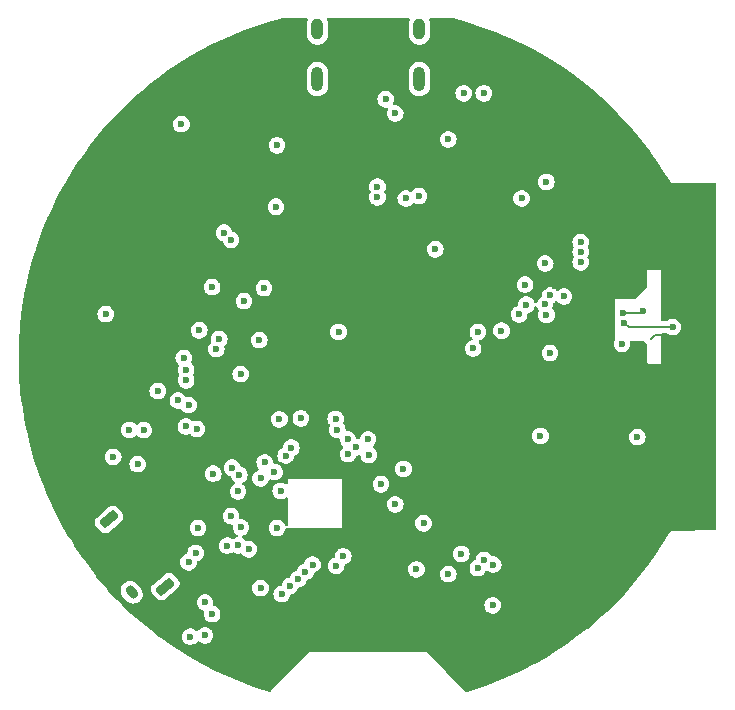
<source format=gbr>
%TF.GenerationSoftware,KiCad,Pcbnew,8.0.1*%
%TF.CreationDate,2024-05-30T22:25:26-04:00*%
%TF.ProjectId,esp32s3,65737033-3273-4332-9e6b-696361645f70,rev?*%
%TF.SameCoordinates,Original*%
%TF.FileFunction,Copper,L2,Inr*%
%TF.FilePolarity,Positive*%
%FSLAX46Y46*%
G04 Gerber Fmt 4.6, Leading zero omitted, Abs format (unit mm)*
G04 Created by KiCad (PCBNEW 8.0.1) date 2024-05-30 22:25:26*
%MOMM*%
%LPD*%
G01*
G04 APERTURE LIST*
G04 Aperture macros list*
%AMRoundRect*
0 Rectangle with rounded corners*
0 $1 Rounding radius*
0 $2 $3 $4 $5 $6 $7 $8 $9 X,Y pos of 4 corners*
0 Add a 4 corners polygon primitive as box body*
4,1,4,$2,$3,$4,$5,$6,$7,$8,$9,$2,$3,0*
0 Add four circle primitives for the rounded corners*
1,1,$1+$1,$2,$3*
1,1,$1+$1,$4,$5*
1,1,$1+$1,$6,$7*
1,1,$1+$1,$8,$9*
0 Add four rect primitives between the rounded corners*
20,1,$1+$1,$2,$3,$4,$5,0*
20,1,$1+$1,$4,$5,$6,$7,0*
20,1,$1+$1,$6,$7,$8,$9,0*
20,1,$1+$1,$8,$9,$2,$3,0*%
%AMHorizOval*
0 Thick line with rounded ends*
0 $1 width*
0 $2 $3 position (X,Y) of the first rounded end (center of the circle)*
0 $4 $5 position (X,Y) of the second rounded end (center of the circle)*
0 Add line between two ends*
20,1,$1,$2,$3,$4,$5,0*
0 Add two circle primitives to create the rounded ends*
1,1,$1,$2,$3*
1,1,$1,$4,$5*%
G04 Aperture macros list end*
%TA.AperFunction,ComponentPad*%
%ADD10O,1.000000X2.100000*%
%TD*%
%TA.AperFunction,ComponentPad*%
%ADD11O,1.000000X1.800000*%
%TD*%
%TA.AperFunction,ComponentPad*%
%ADD12RoundRect,0.131234X-0.685064X-0.223988X-0.339545X-0.635761X0.685064X0.223988X0.339545X0.635761X0*%
%TD*%
%TA.AperFunction,ComponentPad*%
%ADD13HorizOval,0.800000X0.128558X-0.153209X-0.128558X0.153209X0*%
%TD*%
%TA.AperFunction,ViaPad*%
%ADD14C,0.600000*%
%TD*%
%TA.AperFunction,Conductor*%
%ADD15C,0.200000*%
%TD*%
G04 APERTURE END LIST*
D10*
%TO.N,unconnected-(J1-SHIELD-PadS1)_1*%
%TO.C,J1*%
X134345000Y-48490000D03*
D11*
%TO.N,unconnected-(J1-SHIELD-PadS1)_2*%
X134345000Y-44290000D03*
D10*
%TO.N,unconnected-(J1-SHIELD-PadS1)_0*%
X125705000Y-48490000D03*
D11*
%TO.N,unconnected-(J1-SHIELD-PadS1)*%
X125705000Y-44290000D03*
%TD*%
D12*
%TO.N,N/C*%
%TO.C,SW1*%
X108068981Y-85781036D03*
X112832038Y-91457424D03*
D13*
%TO.N,GP0*%
X109986117Y-91939540D03*
%TO.N,GND*%
X107100000Y-88500000D03*
%TD*%
D14*
%TO.N,GND*%
X119000000Y-74400000D03*
X121000000Y-74800000D03*
X121700000Y-75500000D03*
X120900000Y-75800000D03*
X121500000Y-76600000D03*
X120900000Y-77400000D03*
X119100000Y-76400000D03*
X119100000Y-77500000D03*
X119100000Y-78500000D03*
X119100000Y-75300000D03*
X121900000Y-89200000D03*
%TO.N,+3V3*%
X151500000Y-70900000D03*
X115600000Y-86500000D03*
X119000000Y-83400000D03*
%TO.N,GND*%
X145800000Y-87600000D03*
X145800000Y-86700000D03*
X152000000Y-87200000D03*
X152000000Y-86300000D03*
X145600000Y-81400000D03*
X145000000Y-80800000D03*
X143300000Y-72300000D03*
X143400000Y-71300000D03*
X155500000Y-73600000D03*
X156000000Y-72800000D03*
X156200000Y-71500000D03*
X157400000Y-67800000D03*
X156700000Y-66300000D03*
X156300000Y-64100000D03*
X155500000Y-63600000D03*
X154200000Y-62500000D03*
X150800000Y-61300000D03*
X149900000Y-61100000D03*
X144600000Y-73900000D03*
X145100000Y-73200000D03*
X145300000Y-74400000D03*
X145300000Y-75800000D03*
%TO.N,GP0*%
X122500000Y-77300000D03*
X123500000Y-79700000D03*
%TO.N,GND*%
X147900000Y-69600000D03*
X148800000Y-69600000D03*
X149700000Y-69600000D03*
X147900000Y-68800000D03*
X148800000Y-68800000D03*
X149700000Y-68800000D03*
X149700000Y-68000000D03*
X148800000Y-68000000D03*
X147900000Y-68000000D03*
%TO.N,LCD_CS*%
X130000000Y-79000000D03*
%TO.N,LCD_RST*%
X130050000Y-80300000D03*
%TO.N,GND*%
X114000000Y-50900000D03*
X114700000Y-50400000D03*
X114000000Y-49100000D03*
X114000000Y-50000000D03*
X114000000Y-48200000D03*
X114700000Y-48600000D03*
X114700000Y-49500000D03*
X114700000Y-47700000D03*
X107600000Y-60800000D03*
X108500000Y-60800000D03*
X106700000Y-60800000D03*
X107100000Y-60100000D03*
X108000000Y-60100000D03*
X106200000Y-60100000D03*
X103600000Y-68100000D03*
X104500000Y-68100000D03*
X102700000Y-68100000D03*
X103100000Y-67400000D03*
X104000000Y-67400000D03*
X102200000Y-67400000D03*
X110600000Y-75000000D03*
X110600000Y-74100000D03*
X110600000Y-75900000D03*
X109900000Y-75500000D03*
X109900000Y-74600000D03*
X109900000Y-76400000D03*
X125500000Y-72700000D03*
X126400000Y-72700000D03*
X124600000Y-72700000D03*
X125000000Y-72000000D03*
X125900000Y-72000000D03*
X115500000Y-56900000D03*
X114800000Y-58300000D03*
X115500000Y-57800000D03*
X114800000Y-57400000D03*
X114800000Y-60100000D03*
X114800000Y-59200000D03*
X115500000Y-59600000D03*
X115500000Y-58700000D03*
X144300000Y-90100000D03*
X143600000Y-91500000D03*
X144300000Y-91000000D03*
X143600000Y-90600000D03*
X143600000Y-93300000D03*
X143600000Y-92400000D03*
X144300000Y-92800000D03*
X144300000Y-91900000D03*
X145800000Y-83100000D03*
X145100000Y-84500000D03*
X145800000Y-84000000D03*
X145100000Y-83600000D03*
X145100000Y-86300000D03*
X145100000Y-85400000D03*
X145800000Y-85800000D03*
X145800000Y-84900000D03*
X152700000Y-82200000D03*
X152000000Y-83600000D03*
X152700000Y-83100000D03*
X152000000Y-82700000D03*
X152000000Y-85400000D03*
X152000000Y-84500000D03*
X152700000Y-84900000D03*
X152700000Y-84000000D03*
X153300000Y-62300000D03*
X156000000Y-64900000D03*
X153500000Y-63400000D03*
X154500000Y-63400000D03*
X142100000Y-60900000D03*
X141400000Y-62300000D03*
X142100000Y-61800000D03*
X141400000Y-61400000D03*
X141400000Y-64100000D03*
X141400000Y-63200000D03*
X142100000Y-63600000D03*
X142100000Y-62700000D03*
X127400000Y-54800000D03*
X126700000Y-56200000D03*
X127400000Y-55700000D03*
X126700000Y-55300000D03*
X127400000Y-56600000D03*
X124000000Y-45800000D03*
X122600000Y-45100000D03*
X123100000Y-45800000D03*
X123500000Y-45100000D03*
X120800000Y-45100000D03*
X121700000Y-45100000D03*
X121300000Y-45800000D03*
X122200000Y-45800000D03*
X135400000Y-53600000D03*
X134000000Y-52900000D03*
X134500000Y-53600000D03*
X134900000Y-52900000D03*
X132200000Y-52900000D03*
X133100000Y-52900000D03*
X132700000Y-53600000D03*
X133600000Y-53600000D03*
X138900000Y-56900000D03*
X137500000Y-56200000D03*
X138000000Y-56900000D03*
X138400000Y-56200000D03*
X135700000Y-56200000D03*
X136600000Y-56200000D03*
X136200000Y-56900000D03*
X137100000Y-56900000D03*
X126700000Y-60500000D03*
X125300000Y-59800000D03*
X125800000Y-60500000D03*
X126200000Y-59800000D03*
X123500000Y-59800000D03*
X124400000Y-59800000D03*
X124000000Y-60500000D03*
X124900000Y-60500000D03*
X136700000Y-69500000D03*
X135300000Y-68800000D03*
X135800000Y-69500000D03*
X136200000Y-68800000D03*
X133500000Y-68800000D03*
X134400000Y-68800000D03*
X134000000Y-69500000D03*
X134900000Y-69500000D03*
X136900000Y-79600000D03*
X135500000Y-78900000D03*
X136000000Y-79600000D03*
X136400000Y-78900000D03*
X133700000Y-78900000D03*
X134600000Y-78900000D03*
X134200000Y-79600000D03*
X135100000Y-79600000D03*
X140500000Y-86800000D03*
X139100000Y-86100000D03*
X139600000Y-86800000D03*
X140000000Y-86100000D03*
X137300000Y-86100000D03*
X138200000Y-86100000D03*
X137800000Y-86800000D03*
X138700000Y-86800000D03*
X136600000Y-93400000D03*
X135200000Y-92700000D03*
X135700000Y-93400000D03*
X136100000Y-92700000D03*
X133400000Y-92700000D03*
X134300000Y-92700000D03*
X133900000Y-93400000D03*
X134800000Y-93400000D03*
X128900000Y-93500000D03*
X127500000Y-92800000D03*
X128000000Y-93500000D03*
X128400000Y-92800000D03*
X125700000Y-92800000D03*
X126600000Y-92800000D03*
X126200000Y-93500000D03*
X127100000Y-93500000D03*
X112900000Y-83800000D03*
X111500000Y-83100000D03*
X112000000Y-83800000D03*
X112400000Y-83100000D03*
X109700000Y-83100000D03*
X110600000Y-83100000D03*
X110200000Y-83800000D03*
X111100000Y-83800000D03*
X107100000Y-77300000D03*
X105700000Y-76600000D03*
X106200000Y-77300000D03*
X106600000Y-76600000D03*
X103900000Y-76600000D03*
X104800000Y-76600000D03*
X104400000Y-77300000D03*
X105300000Y-77300000D03*
X113800000Y-69500000D03*
X112400000Y-68800000D03*
X112900000Y-69500000D03*
X113300000Y-68800000D03*
X110600000Y-68800000D03*
X111500000Y-68800000D03*
X111100000Y-69500000D03*
X112000000Y-69500000D03*
X108600000Y-63900000D03*
X109100000Y-64600000D03*
X111800000Y-64600000D03*
X110900000Y-64600000D03*
X110000000Y-64600000D03*
X109500000Y-63900000D03*
X110400000Y-63900000D03*
X111300000Y-63900000D03*
X154500000Y-76300000D03*
X154200000Y-77300000D03*
X155000000Y-74500000D03*
X154100000Y-74500000D03*
X154500000Y-75400000D03*
X153300000Y-71400000D03*
X153200000Y-72300000D03*
X153900000Y-72900000D03*
X151800000Y-75600000D03*
X151200000Y-74500000D03*
X146600000Y-75400000D03*
X147300000Y-77700000D03*
X150700000Y-81700000D03*
X144900000Y-79800000D03*
X146700000Y-73600000D03*
X145900000Y-73800000D03*
X145800000Y-72800000D03*
X144100000Y-70800000D03*
X144300000Y-71700000D03*
X145200000Y-70700000D03*
X144200000Y-66600000D03*
X144900000Y-66100000D03*
%TO.N,Net-(U6-XTB)*%
X153300000Y-68100000D03*
%TO.N,GND*%
X113500000Y-78000000D03*
X113500000Y-77100000D03*
X122400000Y-73600000D03*
X120800000Y-73500000D03*
X122400000Y-76300000D03*
X121800000Y-78500000D03*
X120900000Y-78500000D03*
%TO.N,LoRa_NSS*%
X145400000Y-71700000D03*
%TO.N,GND*%
X126000000Y-77200000D03*
X127500000Y-81800000D03*
%TO.N,MOSI*%
X141300000Y-69800000D03*
%TO.N,+3V3*%
X145000000Y-64100000D03*
%TO.N,CHG_STAT*%
X139300000Y-69900000D03*
%TO.N,MOSI*%
X130800000Y-58500000D03*
X133200000Y-58600000D03*
%TO.N,MISO*%
X134300000Y-58400000D03*
X130800000Y-57600000D03*
%TO.N,+3V3*%
X139800000Y-49700000D03*
%TO.N,GPS_ON*%
X120900000Y-91600000D03*
X122200000Y-59300000D03*
%TO.N,+3V3*%
X134100000Y-90000000D03*
X123026085Y-80373915D03*
X148000000Y-63100000D03*
X140600000Y-89600000D03*
X144600000Y-78700000D03*
X122300000Y-86500000D03*
X128300971Y-80252441D03*
X148000000Y-62300000D03*
X115720000Y-69760000D03*
X122300000Y-54100000D03*
X118100000Y-88000000D03*
X120800000Y-70600000D03*
X136800000Y-53600000D03*
X114200000Y-52300000D03*
X148000000Y-64000000D03*
X107800000Y-68400000D03*
X116800000Y-66100000D03*
%TO.N,GPS_TXD*%
X118400000Y-62100000D03*
X119100000Y-82000000D03*
%TO.N,GPS_RXD*%
X118500000Y-81400000D03*
X117800000Y-61500000D03*
%TO.N,VCC*%
X138100000Y-49700000D03*
X145100000Y-57200000D03*
%TO.N,Net-(J1-CC1)*%
X131500000Y-50200000D03*
X132300000Y-51400000D03*
%TO.N,Net-(U6-XTB)*%
X151600000Y-68300000D03*
%TO.N,Net-(U6-XTA)*%
X155800000Y-69500000D03*
X151700000Y-69141158D03*
%TO.N,ANT_SW_CTRL*%
X146600000Y-66900000D03*
X152800000Y-78800000D03*
%TO.N,LCD_RST*%
X116800000Y-93800000D03*
%TO.N,LoRa_BUSY*%
X115400000Y-88600000D03*
X144974265Y-67574265D03*
%TO.N,LoRa_NSS*%
X114968081Y-95700000D03*
%TO.N,INT_MAG*%
X122701302Y-92101302D03*
X140550000Y-93050000D03*
%TO.N,+3V3*%
X132300000Y-84500000D03*
X131100000Y-82800000D03*
%TO.N,SCK*%
X138900000Y-71300000D03*
X117400000Y-70500000D03*
X121200000Y-66200000D03*
X116900000Y-81900000D03*
%TO.N,XL_INT1*%
X124100000Y-90800000D03*
X139800000Y-89200000D03*
%TO.N,LCD_CS*%
X134700000Y-86100000D03*
X116200000Y-92800000D03*
%TO.N,LCD_HSYNC*%
X127262500Y-77262500D03*
X121250000Y-80950000D03*
%TO.N,Net-(J5-Pin_12)*%
X122600000Y-83350000D03*
X128976515Y-79676429D03*
%TO.N,LoRa_RST*%
X116200000Y-95600000D03*
X145103260Y-68452940D03*
%TO.N,LCD_VSYNC*%
X122074925Y-81753431D03*
X127400000Y-78200000D03*
%TO.N,LoRa_DIO1*%
X114800000Y-89400000D03*
X145400000Y-66800000D03*
%TO.N,CHIP_PU*%
X124312500Y-77212500D03*
X119500000Y-67300000D03*
%TO.N,XL_INT0*%
X123401302Y-91401302D03*
X139300000Y-89900000D03*
%TO.N,Net-(J5-Pin_2)*%
X133000000Y-81500000D03*
X127300000Y-89700000D03*
%TO.N,LCD_DE*%
X128300000Y-79000000D03*
X120900000Y-82300000D03*
%TO.N,BAT_V*%
X127500000Y-69900000D03*
X135700000Y-62900000D03*
%TO.N,SDA*%
X114575000Y-77900000D03*
X137900000Y-88700000D03*
X125300000Y-89600000D03*
X119025735Y-87974265D03*
%TO.N,SCL*%
X124700000Y-90200000D03*
X136800000Y-90400000D03*
X119900000Y-88300000D03*
X115500000Y-78100000D03*
%TO.N,MISO*%
X143400000Y-67600000D03*
X108424265Y-80475735D03*
%TO.N,GPIO_INT*%
X119218611Y-73481389D03*
X119250000Y-86450000D03*
%TO.N,MOSI*%
X142792433Y-68407567D03*
X110500000Y-81100000D03*
%TO.N,SPI_IO1*%
X111000000Y-78200000D03*
X113900000Y-75700000D03*
%TO.N,SPI_IO2*%
X112200000Y-74900000D03*
X114600000Y-73100000D03*
%TO.N,SPI_IO0*%
X114800000Y-76100000D03*
X114400000Y-72100000D03*
%TO.N,SPI_CS0*%
X114600000Y-74000000D03*
X109800000Y-78200000D03*
%TO.N,GPIO_RST*%
X117150000Y-71350000D03*
X118400000Y-85500000D03*
%TO.N,CHG_STAT*%
X143000000Y-58600000D03*
X127900000Y-88900000D03*
X143300000Y-65900000D03*
%TO.N,GND*%
X152600000Y-77000000D03*
X118100000Y-90800000D03*
X145900000Y-75000000D03*
X146500000Y-82400000D03*
X152400000Y-62100000D03*
X155000000Y-72900000D03*
X117300000Y-91600000D03*
X152800000Y-76000000D03*
X122600000Y-84500000D03*
X147100000Y-81000000D03*
X147900000Y-71800000D03*
X147600000Y-76800000D03*
X149900000Y-82500000D03*
X149400000Y-62400000D03*
X117300000Y-90000000D03*
X155200000Y-71200000D03*
X145500000Y-76700000D03*
X148100000Y-83200000D03*
X151400000Y-80800000D03*
X147274997Y-82900000D03*
X147300000Y-88100000D03*
X147800000Y-80600000D03*
X146800000Y-76700000D03*
X153000000Y-81000000D03*
X152400000Y-80400000D03*
X151500000Y-81900000D03*
X156600000Y-67300000D03*
X148900000Y-78200000D03*
X154300000Y-64200000D03*
X146100000Y-65200000D03*
X153700000Y-75800000D03*
X147000000Y-71900000D03*
X153400000Y-64300000D03*
X151600000Y-61900000D03*
X150200000Y-84100000D03*
X146400000Y-81400000D03*
X156200000Y-68200000D03*
X151900000Y-66800000D03*
X150600000Y-80800000D03*
X147900000Y-82300000D03*
X147300000Y-84200000D03*
X127700000Y-96200000D03*
X147500000Y-61300000D03*
X146600000Y-63600000D03*
X146200000Y-77400000D03*
X150200000Y-77100000D03*
X155900000Y-70600000D03*
X149100000Y-61500000D03*
X141300000Y-59900000D03*
X152300000Y-65000000D03*
X146000000Y-80700000D03*
X150700000Y-82600000D03*
X147300000Y-76000000D03*
X153300000Y-77800000D03*
X154400000Y-73600000D03*
X153200000Y-65500000D03*
X153800000Y-79300000D03*
X155900000Y-65900000D03*
X147500000Y-78700000D03*
X145800000Y-66000000D03*
X145200000Y-77500000D03*
X147100000Y-81800000D03*
X145600000Y-82200000D03*
X157100000Y-68700000D03*
X149800000Y-80800000D03*
X155100000Y-65300000D03*
X152600000Y-64000000D03*
X153400000Y-80200000D03*
X118900000Y-91600000D03*
X146300000Y-64400000D03*
X153900000Y-78400000D03*
X152100000Y-81300000D03*
X147300000Y-74300000D03*
X155100000Y-64400000D03*
X146100000Y-76100000D03*
X155400000Y-72100000D03*
X150100000Y-64900000D03*
X149900000Y-81700000D03*
X156900000Y-69700000D03*
X153500000Y-76600000D03*
X147700000Y-72700000D03*
X150600000Y-83400000D03*
X150800000Y-62400000D03*
X152500000Y-66200000D03*
X118900000Y-90000000D03*
X152600000Y-62900000D03*
X151700000Y-76700000D03*
X148400000Y-61100000D03*
X149800000Y-83300000D03*
X146700000Y-62700000D03*
X150600000Y-77800000D03*
X147800000Y-81400000D03*
X155900000Y-66900000D03*
X146500000Y-74400000D03*
X150600000Y-75400000D03*
X147400000Y-75100000D03*
X150700000Y-73800000D03*
X146900000Y-61900000D03*
X155200000Y-66300000D03*
X150100000Y-62000000D03*
X156800000Y-70500000D03*
X150600000Y-88200000D03*
%TD*%
D15*
%TO.N,GND*%
X154300000Y-70200000D02*
X154900000Y-70200000D01*
X154000000Y-70500000D02*
X154300000Y-70200000D01*
%TO.N,Net-(U6-XTA)*%
X152058842Y-69500000D02*
X155800000Y-69500000D01*
X151700000Y-69141158D02*
X152058842Y-69500000D01*
%TO.N,Net-(U6-XTB)*%
X153100000Y-68300000D02*
X153300000Y-68100000D01*
X151600000Y-68300000D02*
X153100000Y-68300000D01*
%TD*%
%TA.AperFunction,Conductor*%
%TO.N,GND*%
G36*
X124855944Y-43320185D02*
G01*
X124901699Y-43372989D01*
X124911643Y-43442147D01*
X124903466Y-43471952D01*
X124839106Y-43627332D01*
X124839103Y-43627341D01*
X124804500Y-43801304D01*
X124804500Y-44778695D01*
X124839103Y-44952658D01*
X124839106Y-44952667D01*
X124906983Y-45116540D01*
X124906990Y-45116553D01*
X125005535Y-45264034D01*
X125005538Y-45264038D01*
X125130961Y-45389461D01*
X125130965Y-45389464D01*
X125278446Y-45488009D01*
X125278459Y-45488016D01*
X125372970Y-45527163D01*
X125442334Y-45555894D01*
X125442336Y-45555894D01*
X125442341Y-45555896D01*
X125616304Y-45590499D01*
X125616307Y-45590500D01*
X125616309Y-45590500D01*
X125793693Y-45590500D01*
X125793694Y-45590499D01*
X125851682Y-45578964D01*
X125967658Y-45555896D01*
X125967661Y-45555894D01*
X125967666Y-45555894D01*
X126131547Y-45488013D01*
X126279035Y-45389464D01*
X126404464Y-45264035D01*
X126503013Y-45116547D01*
X126570894Y-44952666D01*
X126605500Y-44778691D01*
X126605500Y-43801309D01*
X126605500Y-43801306D01*
X126605499Y-43801304D01*
X126570896Y-43627341D01*
X126570893Y-43627332D01*
X126506534Y-43471952D01*
X126499065Y-43402482D01*
X126530341Y-43340003D01*
X126590430Y-43304352D01*
X126621095Y-43300500D01*
X129998961Y-43300500D01*
X129999577Y-43300502D01*
X133422476Y-43317517D01*
X133489414Y-43337534D01*
X133534906Y-43390565D01*
X133544506Y-43459772D01*
X133536419Y-43488966D01*
X133479106Y-43627334D01*
X133479105Y-43627338D01*
X133479104Y-43627341D01*
X133479103Y-43627341D01*
X133444500Y-43801304D01*
X133444500Y-44778695D01*
X133479103Y-44952658D01*
X133479106Y-44952667D01*
X133546983Y-45116540D01*
X133546990Y-45116553D01*
X133645535Y-45264034D01*
X133645538Y-45264038D01*
X133770961Y-45389461D01*
X133770965Y-45389464D01*
X133918446Y-45488009D01*
X133918459Y-45488016D01*
X134012970Y-45527163D01*
X134082334Y-45555894D01*
X134082336Y-45555894D01*
X134082341Y-45555896D01*
X134256304Y-45590499D01*
X134256307Y-45590500D01*
X134256309Y-45590500D01*
X134433693Y-45590500D01*
X134433694Y-45590499D01*
X134491682Y-45578964D01*
X134607658Y-45555896D01*
X134607661Y-45555894D01*
X134607666Y-45555894D01*
X134771547Y-45488013D01*
X134919035Y-45389464D01*
X135044464Y-45264035D01*
X135143013Y-45116547D01*
X135210894Y-44952666D01*
X135245500Y-44778691D01*
X135245500Y-43801309D01*
X135245500Y-43801306D01*
X135245499Y-43801304D01*
X135210896Y-43627341D01*
X135210893Y-43627332D01*
X135157391Y-43498165D01*
X135149922Y-43428696D01*
X135181197Y-43366217D01*
X135241287Y-43330565D01*
X135272560Y-43326715D01*
X137135218Y-43335975D01*
X137166560Y-43340164D01*
X138110466Y-43592035D01*
X138114578Y-43593210D01*
X138924212Y-43839746D01*
X139094421Y-43891575D01*
X139098528Y-43892904D01*
X140067379Y-44225192D01*
X140071438Y-44226663D01*
X141028163Y-44592488D01*
X141032168Y-44594100D01*
X141975556Y-44992998D01*
X141979496Y-44994745D01*
X142908464Y-45426259D01*
X142912297Y-45428122D01*
X143265139Y-45607208D01*
X143825682Y-45891714D01*
X143829498Y-45893735D01*
X144726168Y-46388829D01*
X144729873Y-46390960D01*
X145608785Y-46916979D01*
X145612400Y-46919228D01*
X146472497Y-47475544D01*
X146476069Y-47477945D01*
X146761994Y-47677334D01*
X147316195Y-48063805D01*
X147319693Y-48066335D01*
X148138967Y-48681124D01*
X148142364Y-48683767D01*
X148939721Y-49326689D01*
X148943028Y-49329452D01*
X149570003Y-49872070D01*
X149717523Y-49999741D01*
X149720728Y-50002614D01*
X150105503Y-50359789D01*
X150471415Y-50699455D01*
X150474528Y-50702447D01*
X150746352Y-50972989D01*
X151159943Y-51384629D01*
X151200507Y-51425001D01*
X151203507Y-51428093D01*
X151903902Y-52175490D01*
X151906768Y-52178657D01*
X152421646Y-52767927D01*
X152580719Y-52949983D01*
X152583503Y-52953283D01*
X153230190Y-53747594D01*
X153232857Y-53750989D01*
X153851500Y-54567329D01*
X153854047Y-54570815D01*
X153987161Y-54759790D01*
X154413003Y-55364337D01*
X154443888Y-55408182D01*
X154446312Y-55411754D01*
X155006637Y-56269135D01*
X155008936Y-56272789D01*
X155539558Y-57149954D01*
X155540845Y-57152132D01*
X155562886Y-57190306D01*
X155564090Y-57192102D01*
X155564136Y-57192182D01*
X155564137Y-57192183D01*
X155590855Y-57216094D01*
X155595843Y-57220814D01*
X155615489Y-57240460D01*
X155615492Y-57240462D01*
X155621938Y-57245408D01*
X155621798Y-57245590D01*
X155632360Y-57253239D01*
X155635067Y-57255662D01*
X155635068Y-57255662D01*
X155635069Y-57255663D01*
X155649658Y-57262105D01*
X155657668Y-57265643D01*
X155669577Y-57271688D01*
X155670239Y-57272070D01*
X155684011Y-57280021D01*
X155690569Y-57281778D01*
X155708573Y-57288122D01*
X155722146Y-57294116D01*
X155735615Y-57295490D01*
X155755111Y-57299072D01*
X155760438Y-57300500D01*
X155778402Y-57300500D01*
X155790991Y-57301141D01*
X155816842Y-57303779D01*
X155816842Y-57303778D01*
X155816843Y-57303779D01*
X155818369Y-57303449D01*
X155819121Y-57303288D01*
X155845267Y-57300500D01*
X159375500Y-57300500D01*
X159442539Y-57320185D01*
X159488294Y-57372989D01*
X159499500Y-57424500D01*
X159499500Y-86577509D01*
X159479815Y-86644548D01*
X159427011Y-86690303D01*
X159376088Y-86701508D01*
X155877243Y-86718112D01*
X155850521Y-86715328D01*
X155849232Y-86715050D01*
X155849225Y-86715049D01*
X155822371Y-86717790D01*
X155810379Y-86718430D01*
X155791553Y-86718520D01*
X155791402Y-86718521D01*
X155791400Y-86718521D01*
X155791396Y-86718522D01*
X155787055Y-86719707D01*
X155767005Y-86723440D01*
X155754536Y-86724713D01*
X155754528Y-86724715D01*
X155740026Y-86731119D01*
X155722617Y-86737302D01*
X155715077Y-86739361D01*
X155715069Y-86739364D01*
X155701544Y-86747258D01*
X155689147Y-86753588D01*
X155667460Y-86763166D01*
X155667453Y-86763171D01*
X155663984Y-86766276D01*
X155653100Y-86774198D01*
X155653159Y-86774274D01*
X155646735Y-86779251D01*
X155627880Y-86798285D01*
X155622486Y-86803414D01*
X155596524Y-86826650D01*
X155596518Y-86826657D01*
X155596345Y-86826956D01*
X155593338Y-86831466D01*
X155573247Y-86866649D01*
X155571612Y-86869428D01*
X155014142Y-87789247D01*
X155011726Y-87793074D01*
X154421258Y-88691628D01*
X154418704Y-88695365D01*
X153795822Y-89571792D01*
X153793133Y-89575433D01*
X153138684Y-90428539D01*
X153135864Y-90432079D01*
X152450714Y-91260733D01*
X152447766Y-91264168D01*
X151732853Y-92067239D01*
X151729783Y-92070564D01*
X150986001Y-92847048D01*
X150982811Y-92850259D01*
X150211229Y-93599039D01*
X150207923Y-93602132D01*
X149409479Y-94322298D01*
X149406064Y-94325267D01*
X149196916Y-94500500D01*
X148581895Y-95015789D01*
X148578397Y-95018614D01*
X147729562Y-95678610D01*
X147725938Y-95681323D01*
X146853604Y-96309884D01*
X146849884Y-96312463D01*
X145955180Y-96908777D01*
X145951369Y-96911218D01*
X145035488Y-97474487D01*
X145031590Y-97476787D01*
X144095763Y-98006254D01*
X144091783Y-98008410D01*
X143137295Y-98503353D01*
X143133240Y-98505363D01*
X142161300Y-98965150D01*
X142157174Y-98967011D01*
X141169086Y-99391028D01*
X141164894Y-99392737D01*
X140161987Y-99780412D01*
X140157736Y-99781966D01*
X139141399Y-100132762D01*
X139137095Y-100134161D01*
X138341042Y-100376794D01*
X138271176Y-100377510D01*
X138215506Y-100344126D01*
X135000001Y-97000000D01*
X135000000Y-97000000D01*
X125000000Y-97000000D01*
X121785576Y-100342998D01*
X121724921Y-100377678D01*
X121660948Y-100375937D01*
X121078121Y-100203149D01*
X121073805Y-100201784D01*
X120054762Y-99858742D01*
X120050500Y-99857220D01*
X119044677Y-99477225D01*
X119040472Y-99475548D01*
X118049185Y-99059096D01*
X118045045Y-99057267D01*
X117069621Y-98604917D01*
X117065550Y-98602938D01*
X116107286Y-98115290D01*
X116103290Y-98113164D01*
X115163458Y-97590867D01*
X115159543Y-97588597D01*
X114239391Y-97032344D01*
X114235561Y-97029932D01*
X113336341Y-96440479D01*
X113332601Y-96437929D01*
X112455472Y-95816036D01*
X112451828Y-95813351D01*
X112303724Y-95700000D01*
X114262436Y-95700000D01*
X114282940Y-95868869D01*
X114282941Y-95868874D01*
X114343263Y-96027931D01*
X114374308Y-96072906D01*
X114439898Y-96167929D01*
X114537593Y-96254479D01*
X114567231Y-96280736D01*
X114717854Y-96359789D01*
X114717856Y-96359790D01*
X114883025Y-96400500D01*
X115053137Y-96400500D01*
X115218306Y-96359790D01*
X115313393Y-96309884D01*
X115368930Y-96280736D01*
X115368931Y-96280734D01*
X115368933Y-96280734D01*
X115496264Y-96167929D01*
X115526202Y-96124555D01*
X115580485Y-96080566D01*
X115649933Y-96072906D01*
X115710479Y-96102180D01*
X115799150Y-96180736D01*
X115939656Y-96254479D01*
X115949775Y-96259790D01*
X116114944Y-96300500D01*
X116285056Y-96300500D01*
X116450225Y-96259790D01*
X116529692Y-96218081D01*
X116600849Y-96180736D01*
X116600850Y-96180734D01*
X116600852Y-96180734D01*
X116728183Y-96067929D01*
X116824818Y-95927930D01*
X116885140Y-95768872D01*
X116905645Y-95600000D01*
X116885140Y-95431128D01*
X116824818Y-95272070D01*
X116797208Y-95232071D01*
X116758122Y-95175445D01*
X116728183Y-95132071D01*
X116600852Y-95019266D01*
X116600849Y-95019263D01*
X116450226Y-94940210D01*
X116285056Y-94899500D01*
X116114944Y-94899500D01*
X115949773Y-94940210D01*
X115799150Y-95019263D01*
X115671816Y-95132071D01*
X115641877Y-95175445D01*
X115587593Y-95219434D01*
X115518144Y-95227092D01*
X115457601Y-95197819D01*
X115368930Y-95119263D01*
X115218307Y-95040210D01*
X115053137Y-94999500D01*
X114883025Y-94999500D01*
X114717854Y-95040210D01*
X114567231Y-95119263D01*
X114439897Y-95232072D01*
X114343263Y-95372068D01*
X114282941Y-95531125D01*
X114282940Y-95531130D01*
X114262436Y-95700000D01*
X112303724Y-95700000D01*
X111597985Y-95159866D01*
X111594442Y-95157050D01*
X110765027Y-94472846D01*
X110761588Y-94469902D01*
X109957683Y-93755871D01*
X109954355Y-93752804D01*
X109177073Y-93009939D01*
X109173858Y-93006753D01*
X109137010Y-92968869D01*
X108760795Y-92582071D01*
X108424167Y-92235974D01*
X108421071Y-92232672D01*
X108025510Y-91795110D01*
X109053234Y-91795110D01*
X109070399Y-91951850D01*
X109070399Y-91951852D01*
X109070400Y-91951854D01*
X109116954Y-92099500D01*
X109117819Y-92102243D01*
X109191186Y-92235974D01*
X109193662Y-92240487D01*
X109352039Y-92429233D01*
X109552134Y-92667696D01*
X109552136Y-92667698D01*
X109675110Y-92766395D01*
X109675112Y-92766396D01*
X109814980Y-92839207D01*
X109966366Y-92883332D01*
X110123451Y-92897075D01*
X110280198Y-92879908D01*
X110430585Y-92832490D01*
X110489807Y-92800000D01*
X115494355Y-92800000D01*
X115514859Y-92968869D01*
X115514860Y-92968874D01*
X115575182Y-93127931D01*
X115583658Y-93140210D01*
X115671817Y-93267929D01*
X115744219Y-93332071D01*
X115799150Y-93380736D01*
X115949774Y-93459790D01*
X115976082Y-93466274D01*
X116024820Y-93478286D01*
X116085200Y-93513441D01*
X116116989Y-93575660D01*
X116115672Y-93623671D01*
X116115764Y-93623683D01*
X116115645Y-93624662D01*
X116115544Y-93628349D01*
X116114860Y-93631122D01*
X116094355Y-93800000D01*
X116114859Y-93968869D01*
X116114860Y-93968874D01*
X116175182Y-94127931D01*
X116201253Y-94165700D01*
X116271817Y-94267929D01*
X116373676Y-94358168D01*
X116399150Y-94380736D01*
X116549773Y-94459789D01*
X116549775Y-94459790D01*
X116714944Y-94500500D01*
X116885056Y-94500500D01*
X117050225Y-94459790D01*
X117129692Y-94418081D01*
X117200849Y-94380736D01*
X117200850Y-94380734D01*
X117200852Y-94380734D01*
X117328183Y-94267929D01*
X117424818Y-94127930D01*
X117485140Y-93968872D01*
X117505645Y-93800000D01*
X117485140Y-93631128D01*
X117424818Y-93472070D01*
X117328183Y-93332071D01*
X117200852Y-93219266D01*
X117200849Y-93219263D01*
X117050226Y-93140210D01*
X116975179Y-93121713D01*
X116914799Y-93086557D01*
X116896121Y-93050000D01*
X139844355Y-93050000D01*
X139864859Y-93218869D01*
X139864860Y-93218874D01*
X139925182Y-93377931D01*
X139981686Y-93459790D01*
X140021817Y-93517929D01*
X140113372Y-93599039D01*
X140149150Y-93630736D01*
X140299773Y-93709789D01*
X140299775Y-93709790D01*
X140464944Y-93750500D01*
X140635056Y-93750500D01*
X140800225Y-93709790D01*
X140879692Y-93668081D01*
X140950849Y-93630736D01*
X140950850Y-93630734D01*
X140950852Y-93630734D01*
X141078183Y-93517929D01*
X141174818Y-93377930D01*
X141235140Y-93218872D01*
X141255645Y-93050000D01*
X141235140Y-92881128D01*
X141174818Y-92722070D01*
X141078183Y-92582071D01*
X140950852Y-92469266D01*
X140950849Y-92469263D01*
X140800226Y-92390210D01*
X140635056Y-92349500D01*
X140464944Y-92349500D01*
X140299773Y-92390210D01*
X140149150Y-92469263D01*
X140021816Y-92582072D01*
X139925182Y-92722068D01*
X139864860Y-92881125D01*
X139864859Y-92881130D01*
X139844355Y-93050000D01*
X116896121Y-93050000D01*
X116883010Y-93024338D01*
X116884329Y-92976328D01*
X116884236Y-92976317D01*
X116884356Y-92975322D01*
X116884458Y-92971636D01*
X116885136Y-92968881D01*
X116885140Y-92968872D01*
X116905645Y-92800000D01*
X116885140Y-92631128D01*
X116881173Y-92620669D01*
X116824817Y-92472068D01*
X116769856Y-92392444D01*
X116728183Y-92332071D01*
X116619712Y-92235974D01*
X116600849Y-92219263D01*
X116450226Y-92140210D01*
X116285056Y-92099500D01*
X116114944Y-92099500D01*
X115949773Y-92140210D01*
X115799150Y-92219263D01*
X115671816Y-92332072D01*
X115575182Y-92472068D01*
X115514860Y-92631125D01*
X115514859Y-92631130D01*
X115494355Y-92800000D01*
X110489807Y-92800000D01*
X110568831Y-92756646D01*
X110689624Y-92655288D01*
X110788322Y-92532312D01*
X110861133Y-92392444D01*
X110905258Y-92241059D01*
X110919001Y-92083974D01*
X110901834Y-91927226D01*
X110901834Y-91927224D01*
X110901832Y-91927219D01*
X110866829Y-91816209D01*
X110854416Y-91776840D01*
X110778572Y-91638593D01*
X110775248Y-91634632D01*
X111612283Y-91634632D01*
X111612478Y-91638590D01*
X111619490Y-91780619D01*
X111619491Y-91780627D01*
X111631382Y-91816209D01*
X111665819Y-91919259D01*
X111687110Y-91951854D01*
X111712886Y-91991317D01*
X111712891Y-91991324D01*
X112111910Y-92466854D01*
X112111926Y-92466871D01*
X112117472Y-92472070D01*
X112174707Y-92525729D01*
X112174709Y-92525730D01*
X112174710Y-92525731D01*
X112186842Y-92532312D01*
X112303190Y-92595427D01*
X112445714Y-92627876D01*
X112591706Y-92620669D01*
X112730341Y-92574341D01*
X112802397Y-92527274D01*
X113890781Y-91614011D01*
X113903916Y-91600000D01*
X120194355Y-91600000D01*
X120214859Y-91768869D01*
X120214860Y-91768874D01*
X120275182Y-91927931D01*
X120312529Y-91982036D01*
X120371817Y-92067929D01*
X120410550Y-92102243D01*
X120499150Y-92180736D01*
X120614086Y-92241059D01*
X120649775Y-92259790D01*
X120814944Y-92300500D01*
X120985056Y-92300500D01*
X121150225Y-92259790D01*
X121250881Y-92206961D01*
X121300849Y-92180736D01*
X121300850Y-92180734D01*
X121300852Y-92180734D01*
X121390513Y-92101302D01*
X121995657Y-92101302D01*
X122016161Y-92270171D01*
X122016162Y-92270176D01*
X122076484Y-92429233D01*
X122106053Y-92472070D01*
X122173119Y-92569231D01*
X122242987Y-92631128D01*
X122300452Y-92682038D01*
X122442600Y-92756643D01*
X122451077Y-92761092D01*
X122616246Y-92801802D01*
X122786358Y-92801802D01*
X122951527Y-92761092D01*
X123030994Y-92719383D01*
X123102151Y-92682038D01*
X123102152Y-92682036D01*
X123102154Y-92682036D01*
X123229485Y-92569231D01*
X123326120Y-92429232D01*
X123386442Y-92270174D01*
X123394117Y-92206959D01*
X123421738Y-92142783D01*
X123479672Y-92103726D01*
X123487513Y-92101517D01*
X123651527Y-92061092D01*
X123710188Y-92030304D01*
X123802151Y-91982038D01*
X123802152Y-91982036D01*
X123802154Y-91982036D01*
X123929485Y-91869231D01*
X124026120Y-91729232D01*
X124082799Y-91579778D01*
X124124976Y-91524076D01*
X124177942Y-91502984D01*
X124177773Y-91502295D01*
X124182763Y-91501065D01*
X124183798Y-91500653D01*
X124185053Y-91500500D01*
X124185056Y-91500500D01*
X124350225Y-91459790D01*
X124466284Y-91398877D01*
X124500849Y-91380736D01*
X124500850Y-91380734D01*
X124500852Y-91380734D01*
X124628183Y-91267929D01*
X124724818Y-91127930D01*
X124785140Y-90968872D01*
X124785140Y-90968864D01*
X124785147Y-90968841D01*
X124785160Y-90968817D01*
X124787800Y-90961858D01*
X124788957Y-90962296D01*
X124820302Y-90908460D01*
X124875870Y-90878116D01*
X124950225Y-90859790D01*
X125100852Y-90780734D01*
X125228183Y-90667929D01*
X125324818Y-90527930D01*
X125385140Y-90368872D01*
X125385140Y-90368864D01*
X125385147Y-90368841D01*
X125385160Y-90368817D01*
X125387800Y-90361858D01*
X125388957Y-90362296D01*
X125420302Y-90308460D01*
X125475870Y-90278116D01*
X125550225Y-90259790D01*
X125700852Y-90180734D01*
X125828183Y-90067929D01*
X125924818Y-89927930D01*
X125985140Y-89768872D01*
X125993503Y-89700000D01*
X126594355Y-89700000D01*
X126614859Y-89868869D01*
X126614860Y-89868874D01*
X126675182Y-90027931D01*
X126737475Y-90118177D01*
X126771817Y-90167929D01*
X126875506Y-90259789D01*
X126899150Y-90280736D01*
X127022931Y-90345701D01*
X127049775Y-90359790D01*
X127214944Y-90400500D01*
X127385056Y-90400500D01*
X127550225Y-90359790D01*
X127648025Y-90308460D01*
X127700849Y-90280736D01*
X127700850Y-90280734D01*
X127700852Y-90280734D01*
X127828183Y-90167929D01*
X127924818Y-90027930D01*
X127935410Y-90000000D01*
X133394355Y-90000000D01*
X133414859Y-90168869D01*
X133414860Y-90168874D01*
X133475182Y-90327931D01*
X133517416Y-90389116D01*
X133571817Y-90467929D01*
X133639546Y-90527931D01*
X133699150Y-90580736D01*
X133849773Y-90659789D01*
X133849775Y-90659790D01*
X134014944Y-90700500D01*
X134185056Y-90700500D01*
X134350225Y-90659790D01*
X134455100Y-90604747D01*
X134500849Y-90580736D01*
X134500850Y-90580734D01*
X134500852Y-90580734D01*
X134628183Y-90467929D01*
X134675071Y-90400000D01*
X136094355Y-90400000D01*
X136114859Y-90568869D01*
X136114860Y-90568874D01*
X136175182Y-90727931D01*
X136211630Y-90780734D01*
X136271817Y-90867929D01*
X136353406Y-90940210D01*
X136399150Y-90980736D01*
X136549773Y-91059789D01*
X136549775Y-91059790D01*
X136714944Y-91100500D01*
X136885056Y-91100500D01*
X137050225Y-91059790D01*
X137172246Y-90995748D01*
X137200849Y-90980736D01*
X137200850Y-90980734D01*
X137200852Y-90980734D01*
X137328183Y-90867929D01*
X137424818Y-90727930D01*
X137485140Y-90568872D01*
X137505645Y-90400000D01*
X137485140Y-90231128D01*
X137483926Y-90227928D01*
X137450660Y-90140210D01*
X137424818Y-90072070D01*
X137422608Y-90068869D01*
X137348346Y-89961282D01*
X137328183Y-89932071D01*
X137291982Y-89900000D01*
X138594355Y-89900000D01*
X138614859Y-90068869D01*
X138614860Y-90068874D01*
X138675182Y-90227931D01*
X138715936Y-90286972D01*
X138771817Y-90367929D01*
X138840232Y-90428539D01*
X138899150Y-90480736D01*
X138989071Y-90527930D01*
X139049775Y-90559790D01*
X139214944Y-90600500D01*
X139385056Y-90600500D01*
X139550225Y-90559790D01*
X139629692Y-90518081D01*
X139700849Y-90480736D01*
X139700850Y-90480734D01*
X139700852Y-90480734D01*
X139828183Y-90367929D01*
X139924818Y-90227930D01*
X139943503Y-90178658D01*
X139985680Y-90122957D01*
X140051277Y-90098899D01*
X140119468Y-90114125D01*
X140141672Y-90129815D01*
X140199147Y-90180733D01*
X140199149Y-90180735D01*
X140349773Y-90259789D01*
X140349775Y-90259790D01*
X140514944Y-90300500D01*
X140685056Y-90300500D01*
X140850225Y-90259790D01*
X140929692Y-90218081D01*
X141000849Y-90180736D01*
X141000850Y-90180734D01*
X141000852Y-90180734D01*
X141128183Y-90067929D01*
X141224818Y-89927930D01*
X141285140Y-89768872D01*
X141305645Y-89600000D01*
X141285140Y-89431128D01*
X141280641Y-89419266D01*
X141234828Y-89298464D01*
X141224818Y-89272070D01*
X141216342Y-89259791D01*
X141175071Y-89200000D01*
X141128183Y-89132071D01*
X141014245Y-89031131D01*
X141000849Y-89019263D01*
X140850226Y-88940210D01*
X140685056Y-88899500D01*
X140514944Y-88899500D01*
X140508832Y-88899500D01*
X140441793Y-88879815D01*
X140406782Y-88845941D01*
X140328183Y-88732071D01*
X140239845Y-88653811D01*
X140200849Y-88619263D01*
X140050226Y-88540210D01*
X139885056Y-88499500D01*
X139714944Y-88499500D01*
X139549773Y-88540210D01*
X139399150Y-88619263D01*
X139285195Y-88720219D01*
X139272882Y-88731128D01*
X139271816Y-88732072D01*
X139175182Y-88872068D01*
X139114860Y-89031125D01*
X139114859Y-89031131D01*
X139100019Y-89153351D01*
X139072397Y-89217529D01*
X139034550Y-89248200D01*
X138899149Y-89319265D01*
X138899148Y-89319266D01*
X138772882Y-89431128D01*
X138771816Y-89432072D01*
X138675182Y-89572068D01*
X138614860Y-89731125D01*
X138614859Y-89731130D01*
X138594355Y-89900000D01*
X137291982Y-89900000D01*
X137214244Y-89831130D01*
X137200849Y-89819263D01*
X137050226Y-89740210D01*
X136885056Y-89699500D01*
X136714944Y-89699500D01*
X136549773Y-89740210D01*
X136399150Y-89819263D01*
X136271816Y-89932072D01*
X136175182Y-90072068D01*
X136114860Y-90231125D01*
X136114859Y-90231130D01*
X136094355Y-90400000D01*
X134675071Y-90400000D01*
X134724818Y-90327930D01*
X134785140Y-90168872D01*
X134805645Y-90000000D01*
X134785140Y-89831128D01*
X134780641Y-89819266D01*
X134735221Y-89699500D01*
X134724818Y-89672070D01*
X134628183Y-89532071D01*
X134514322Y-89431199D01*
X134500849Y-89419263D01*
X134350226Y-89340210D01*
X134185056Y-89299500D01*
X134014944Y-89299500D01*
X133849773Y-89340210D01*
X133699150Y-89419263D01*
X133617556Y-89491550D01*
X133572882Y-89531128D01*
X133571816Y-89532072D01*
X133475182Y-89672068D01*
X133414860Y-89831125D01*
X133414859Y-89831130D01*
X133394355Y-90000000D01*
X127935410Y-90000000D01*
X127985140Y-89868872D01*
X128005645Y-89700000D01*
X128005645Y-89699999D01*
X128005645Y-89692573D01*
X128025330Y-89625534D01*
X128078134Y-89579779D01*
X128099972Y-89572176D01*
X128150222Y-89559791D01*
X128150223Y-89559790D01*
X128150225Y-89559790D01*
X128300852Y-89480734D01*
X128428183Y-89367929D01*
X128524818Y-89227930D01*
X128585140Y-89068872D01*
X128605645Y-88900000D01*
X128585140Y-88731128D01*
X128574763Y-88703767D01*
X128573334Y-88700000D01*
X137194355Y-88700000D01*
X137214859Y-88868869D01*
X137214860Y-88868874D01*
X137275182Y-89027931D01*
X137337475Y-89118177D01*
X137371817Y-89167929D01*
X137444219Y-89232071D01*
X137499150Y-89280736D01*
X137649773Y-89359789D01*
X137649775Y-89359790D01*
X137814944Y-89400500D01*
X137985056Y-89400500D01*
X138150225Y-89359790D01*
X138267071Y-89298464D01*
X138300849Y-89280736D01*
X138300850Y-89280734D01*
X138300852Y-89280734D01*
X138428183Y-89167929D01*
X138524818Y-89027930D01*
X138585140Y-88868872D01*
X138605645Y-88700000D01*
X138585140Y-88531128D01*
X138524818Y-88372070D01*
X138428183Y-88232071D01*
X138314244Y-88131130D01*
X138300849Y-88119263D01*
X138150226Y-88040210D01*
X137985056Y-87999500D01*
X137814944Y-87999500D01*
X137649773Y-88040210D01*
X137499150Y-88119263D01*
X137371816Y-88232072D01*
X137275182Y-88372068D01*
X137214860Y-88531125D01*
X137214859Y-88531130D01*
X137194355Y-88700000D01*
X128573334Y-88700000D01*
X128555818Y-88653811D01*
X128524818Y-88572070D01*
X128518882Y-88563471D01*
X128452934Y-88467929D01*
X128428183Y-88432071D01*
X128300852Y-88319266D01*
X128300849Y-88319263D01*
X128150226Y-88240210D01*
X127985056Y-88199500D01*
X127814944Y-88199500D01*
X127649773Y-88240210D01*
X127499150Y-88319263D01*
X127439544Y-88372070D01*
X127372882Y-88431128D01*
X127371816Y-88432072D01*
X127275182Y-88572068D01*
X127214860Y-88731125D01*
X127214859Y-88731130D01*
X127194355Y-88900000D01*
X127194355Y-88907425D01*
X127174670Y-88974464D01*
X127121866Y-89020219D01*
X127100032Y-89027821D01*
X127049777Y-89040208D01*
X127049774Y-89040209D01*
X126899150Y-89119263D01*
X126808018Y-89200000D01*
X126772882Y-89231128D01*
X126771816Y-89232072D01*
X126675182Y-89372068D01*
X126614860Y-89531125D01*
X126614859Y-89531130D01*
X126594355Y-89700000D01*
X125993503Y-89700000D01*
X126005645Y-89600000D01*
X125985140Y-89431128D01*
X125980641Y-89419266D01*
X125934828Y-89298464D01*
X125924818Y-89272070D01*
X125916342Y-89259791D01*
X125875071Y-89200000D01*
X125828183Y-89132071D01*
X125714245Y-89031131D01*
X125700849Y-89019263D01*
X125550226Y-88940210D01*
X125385056Y-88899500D01*
X125214944Y-88899500D01*
X125049773Y-88940210D01*
X124899150Y-89019263D01*
X124771816Y-89132072D01*
X124675182Y-89272068D01*
X124675182Y-89272069D01*
X124614858Y-89431132D01*
X124614848Y-89431173D01*
X124614832Y-89431199D01*
X124612200Y-89438141D01*
X124611045Y-89437703D01*
X124579686Y-89491550D01*
X124524130Y-89521883D01*
X124449772Y-89540210D01*
X124299150Y-89619263D01*
X124239544Y-89672070D01*
X124172882Y-89731128D01*
X124171816Y-89732072D01*
X124075182Y-89872068D01*
X124075182Y-89872069D01*
X124014858Y-90031132D01*
X124014848Y-90031173D01*
X124014832Y-90031199D01*
X124012200Y-90038141D01*
X124011045Y-90037703D01*
X123979686Y-90091550D01*
X123924130Y-90121883D01*
X123849772Y-90140210D01*
X123699150Y-90219263D01*
X123571816Y-90332072D01*
X123475182Y-90472068D01*
X123475182Y-90472069D01*
X123418502Y-90621523D01*
X123376324Y-90677226D01*
X123323359Y-90698319D01*
X123323529Y-90699007D01*
X123318557Y-90700232D01*
X123317519Y-90700646D01*
X123316256Y-90700799D01*
X123151075Y-90741512D01*
X123000452Y-90820565D01*
X122873118Y-90933374D01*
X122776484Y-91073370D01*
X122716162Y-91232427D01*
X122716161Y-91232432D01*
X122708486Y-91295644D01*
X122680864Y-91359821D01*
X122622929Y-91398877D01*
X122615065Y-91401093D01*
X122451075Y-91441512D01*
X122300452Y-91520565D01*
X122173118Y-91633374D01*
X122076484Y-91773370D01*
X122016162Y-91932427D01*
X122016161Y-91932432D01*
X121995657Y-92101302D01*
X121390513Y-92101302D01*
X121428183Y-92067929D01*
X121524818Y-91927930D01*
X121585140Y-91768872D01*
X121605645Y-91600000D01*
X121585140Y-91431128D01*
X121524818Y-91272070D01*
X121521958Y-91267927D01*
X121475458Y-91200560D01*
X121428183Y-91132071D01*
X121300852Y-91019266D01*
X121300849Y-91019263D01*
X121150226Y-90940210D01*
X120985056Y-90899500D01*
X120814944Y-90899500D01*
X120649773Y-90940210D01*
X120499150Y-91019263D01*
X120371816Y-91132072D01*
X120275182Y-91272068D01*
X120214860Y-91431125D01*
X120214859Y-91431130D01*
X120194355Y-91600000D01*
X113903916Y-91600000D01*
X113949646Y-91551222D01*
X114019344Y-91422739D01*
X114051793Y-91280216D01*
X114044585Y-91134223D01*
X113998257Y-90995589D01*
X113951191Y-90923532D01*
X113951187Y-90923527D01*
X113951184Y-90923523D01*
X113552165Y-90447993D01*
X113552149Y-90447976D01*
X113501508Y-90400500D01*
X113489369Y-90389119D01*
X113489366Y-90389117D01*
X113489365Y-90389116D01*
X113360886Y-90319421D01*
X113218363Y-90286972D01*
X113218362Y-90286972D01*
X113210781Y-90287346D01*
X113072372Y-90294178D01*
X113072369Y-90294179D01*
X112933734Y-90340507D01*
X112861674Y-90387577D01*
X111773295Y-91300836D01*
X111714428Y-91363627D01*
X111644732Y-91492109D01*
X111644731Y-91492110D01*
X111612569Y-91633374D01*
X111612283Y-91634632D01*
X110775248Y-91634632D01*
X110495159Y-91300836D01*
X110420099Y-91211383D01*
X110420097Y-91211381D01*
X110297123Y-91112684D01*
X110157256Y-91039874D01*
X110157249Y-91039871D01*
X110005873Y-90995749D01*
X110005866Y-90995747D01*
X109848789Y-90982006D01*
X109848779Y-90982006D01*
X109692039Y-90999171D01*
X109692036Y-90999172D01*
X109541646Y-91046591D01*
X109403407Y-91122431D01*
X109403400Y-91122436D01*
X109282611Y-91223790D01*
X109282609Y-91223792D01*
X109183912Y-91346766D01*
X109183912Y-91346767D01*
X109111102Y-91486633D01*
X109111099Y-91486640D01*
X109066977Y-91638016D01*
X109066975Y-91638023D01*
X109053234Y-91795100D01*
X109053234Y-91795110D01*
X108025510Y-91795110D01*
X107777321Y-91520568D01*
X107700026Y-91435066D01*
X107697057Y-91431658D01*
X107696609Y-91431125D01*
X107005602Y-90608266D01*
X107002755Y-90604747D01*
X106341822Y-89756683D01*
X106339105Y-89753063D01*
X106084099Y-89400000D01*
X114094355Y-89400000D01*
X114114859Y-89568869D01*
X114114860Y-89568874D01*
X114175182Y-89727931D01*
X114237475Y-89818177D01*
X114271817Y-89867929D01*
X114339546Y-89927931D01*
X114399150Y-89980736D01*
X114549773Y-90059789D01*
X114549775Y-90059790D01*
X114714944Y-90100500D01*
X114885056Y-90100500D01*
X115050225Y-90059790D01*
X115164144Y-90000000D01*
X115200849Y-89980736D01*
X115200850Y-89980734D01*
X115200852Y-89980734D01*
X115328183Y-89867929D01*
X115424818Y-89727930D01*
X115485140Y-89568872D01*
X115505645Y-89400000D01*
X115505645Y-89399999D01*
X115505645Y-89392573D01*
X115525330Y-89325534D01*
X115578134Y-89279779D01*
X115599972Y-89272176D01*
X115650222Y-89259791D01*
X115650223Y-89259790D01*
X115650225Y-89259790D01*
X115800852Y-89180734D01*
X115928183Y-89067929D01*
X116024818Y-88927930D01*
X116085140Y-88768872D01*
X116105645Y-88600000D01*
X116085140Y-88431128D01*
X116024818Y-88272070D01*
X116002826Y-88240210D01*
X115953583Y-88168869D01*
X115928183Y-88132071D01*
X115800852Y-88019266D01*
X115800849Y-88019263D01*
X115764146Y-88000000D01*
X117394355Y-88000000D01*
X117414859Y-88168869D01*
X117414860Y-88168874D01*
X117475182Y-88327931D01*
X117537475Y-88418177D01*
X117571817Y-88467929D01*
X117653406Y-88540210D01*
X117699150Y-88580736D01*
X117849773Y-88659789D01*
X117849775Y-88659790D01*
X118014944Y-88700500D01*
X118185056Y-88700500D01*
X118350225Y-88659790D01*
X118500852Y-88580734D01*
X118501165Y-88580457D01*
X118501444Y-88580325D01*
X118507031Y-88576470D01*
X118507671Y-88577398D01*
X118564396Y-88550732D01*
X118633660Y-88559910D01*
X118641024Y-88563471D01*
X118747332Y-88619266D01*
X118775510Y-88634055D01*
X118940679Y-88674765D01*
X119110792Y-88674765D01*
X119110795Y-88674764D01*
X119112012Y-88674464D01*
X119195805Y-88653811D01*
X119265605Y-88656879D01*
X119322667Y-88697198D01*
X119327528Y-88703766D01*
X119371817Y-88767929D01*
X119429765Y-88819266D01*
X119499150Y-88880736D01*
X119649773Y-88959789D01*
X119649775Y-88959790D01*
X119814944Y-89000500D01*
X119985056Y-89000500D01*
X120150225Y-88959790D01*
X120299534Y-88881426D01*
X120300849Y-88880736D01*
X120300850Y-88880734D01*
X120300852Y-88880734D01*
X120428183Y-88767929D01*
X120524818Y-88627930D01*
X120585140Y-88468872D01*
X120605645Y-88300000D01*
X120585140Y-88131128D01*
X120580641Y-88119266D01*
X120524817Y-87972068D01*
X120474726Y-87899500D01*
X120428183Y-87832071D01*
X120300852Y-87719266D01*
X120300849Y-87719263D01*
X120150226Y-87640210D01*
X119985056Y-87599500D01*
X119814944Y-87599500D01*
X119814942Y-87599500D01*
X119729929Y-87620453D01*
X119660127Y-87617383D01*
X119603065Y-87577063D01*
X119598205Y-87570497D01*
X119553918Y-87506336D01*
X119426587Y-87393531D01*
X119419015Y-87389557D01*
X119371762Y-87364756D01*
X119321550Y-87316171D01*
X119305576Y-87248152D01*
X119328912Y-87182294D01*
X119384148Y-87139508D01*
X119399712Y-87134563D01*
X119500225Y-87109790D01*
X119586239Y-87064646D01*
X119650849Y-87030736D01*
X119650850Y-87030734D01*
X119650852Y-87030734D01*
X119778183Y-86917929D01*
X119874818Y-86777930D01*
X119935140Y-86618872D01*
X119949574Y-86500000D01*
X121594355Y-86500000D01*
X121614859Y-86668869D01*
X121614860Y-86668874D01*
X121675182Y-86827931D01*
X121691027Y-86850886D01*
X121771817Y-86967929D01*
X121875189Y-87059508D01*
X121899150Y-87080736D01*
X122049773Y-87159789D01*
X122049775Y-87159790D01*
X122214944Y-87200500D01*
X122385056Y-87200500D01*
X122550225Y-87159790D01*
X122648726Y-87108092D01*
X122700849Y-87080736D01*
X122700850Y-87080734D01*
X122700852Y-87080734D01*
X122828183Y-86967929D01*
X122924818Y-86827930D01*
X122985140Y-86668872D01*
X122995253Y-86585583D01*
X123022875Y-86521406D01*
X123080809Y-86482350D01*
X123150662Y-86480815D01*
X123201104Y-86510000D01*
X123203180Y-86510000D01*
X127803180Y-86510000D01*
X127803180Y-86100000D01*
X133994355Y-86100000D01*
X134014859Y-86268869D01*
X134014860Y-86268874D01*
X134075182Y-86427931D01*
X134124929Y-86500000D01*
X134171817Y-86567929D01*
X134277505Y-86661560D01*
X134299150Y-86680736D01*
X134437958Y-86753588D01*
X134449775Y-86759790D01*
X134614944Y-86800500D01*
X134785056Y-86800500D01*
X134950225Y-86759790D01*
X135061271Y-86701508D01*
X135100849Y-86680736D01*
X135100850Y-86680734D01*
X135100852Y-86680734D01*
X135228183Y-86567929D01*
X135324818Y-86427930D01*
X135385140Y-86268872D01*
X135405645Y-86100000D01*
X135385140Y-85931128D01*
X135380641Y-85919266D01*
X135335221Y-85799500D01*
X135324818Y-85772070D01*
X135307065Y-85746351D01*
X135253583Y-85668869D01*
X135228183Y-85632071D01*
X135100852Y-85519266D01*
X135100849Y-85519263D01*
X134950226Y-85440210D01*
X134785056Y-85399500D01*
X134614944Y-85399500D01*
X134449773Y-85440210D01*
X134299150Y-85519263D01*
X134196106Y-85610553D01*
X134180421Y-85624449D01*
X134171816Y-85632072D01*
X134075182Y-85772068D01*
X134014860Y-85931125D01*
X134014859Y-85931130D01*
X133994355Y-86100000D01*
X127803180Y-86100000D01*
X127803180Y-84500000D01*
X131594355Y-84500000D01*
X131614859Y-84668869D01*
X131614860Y-84668874D01*
X131675182Y-84827931D01*
X131683658Y-84840210D01*
X131771817Y-84967929D01*
X131844219Y-85032071D01*
X131899150Y-85080736D01*
X132049773Y-85159789D01*
X132049775Y-85159790D01*
X132214944Y-85200500D01*
X132385056Y-85200500D01*
X132550225Y-85159790D01*
X132629692Y-85118081D01*
X132700849Y-85080736D01*
X132700850Y-85080734D01*
X132700852Y-85080734D01*
X132828183Y-84967929D01*
X132924818Y-84827930D01*
X132985140Y-84668872D01*
X133005645Y-84500000D01*
X132985140Y-84331128D01*
X132924818Y-84172070D01*
X132828183Y-84032071D01*
X132713797Y-83930734D01*
X132700849Y-83919263D01*
X132550226Y-83840210D01*
X132385056Y-83799500D01*
X132214944Y-83799500D01*
X132049773Y-83840210D01*
X131899150Y-83919263D01*
X131771816Y-84032072D01*
X131675182Y-84172068D01*
X131614860Y-84331125D01*
X131614859Y-84331130D01*
X131594355Y-84500000D01*
X127803180Y-84500000D01*
X127803180Y-82800000D01*
X130394355Y-82800000D01*
X130414859Y-82968869D01*
X130414860Y-82968874D01*
X130475182Y-83127931D01*
X130522303Y-83196196D01*
X130571817Y-83267929D01*
X130677505Y-83361560D01*
X130699150Y-83380736D01*
X130849773Y-83459789D01*
X130849775Y-83459790D01*
X131014944Y-83500500D01*
X131185056Y-83500500D01*
X131350225Y-83459790D01*
X131464144Y-83400000D01*
X131500849Y-83380736D01*
X131500850Y-83380734D01*
X131500852Y-83380734D01*
X131628183Y-83267929D01*
X131724818Y-83127930D01*
X131785140Y-82968872D01*
X131805645Y-82800000D01*
X131785140Y-82631128D01*
X131780520Y-82618947D01*
X131758085Y-82559789D01*
X131724818Y-82472070D01*
X131722608Y-82468869D01*
X131662522Y-82381820D01*
X131628183Y-82332071D01*
X131503216Y-82221360D01*
X131500849Y-82219263D01*
X131350226Y-82140210D01*
X131185056Y-82099500D01*
X131014944Y-82099500D01*
X130849773Y-82140210D01*
X130699150Y-82219263D01*
X130571816Y-82332072D01*
X130475182Y-82472068D01*
X130414860Y-82631125D01*
X130414859Y-82631130D01*
X130394355Y-82800000D01*
X127803180Y-82800000D01*
X127803180Y-82310000D01*
X123203180Y-82310000D01*
X123203180Y-82672996D01*
X123183495Y-82740035D01*
X123130691Y-82785790D01*
X123061533Y-82795734D01*
X123008433Y-82771484D01*
X123007024Y-82773526D01*
X123000850Y-82769264D01*
X122850226Y-82690210D01*
X122685056Y-82649500D01*
X122514944Y-82649500D01*
X122349773Y-82690210D01*
X122199150Y-82769263D01*
X122071816Y-82882072D01*
X121975182Y-83022068D01*
X121914860Y-83181125D01*
X121914859Y-83181130D01*
X121894355Y-83350000D01*
X121914859Y-83518869D01*
X121914860Y-83518874D01*
X121975182Y-83677931D01*
X122009695Y-83727931D01*
X122071817Y-83817929D01*
X122128256Y-83867929D01*
X122199150Y-83930736D01*
X122349773Y-84009789D01*
X122349775Y-84009790D01*
X122514944Y-84050500D01*
X122685056Y-84050500D01*
X122850225Y-84009790D01*
X123000852Y-83930734D01*
X123000853Y-83930732D01*
X123007024Y-83926474D01*
X123008579Y-83928727D01*
X123060160Y-83904470D01*
X123129426Y-83913639D01*
X123182738Y-83958800D01*
X123203172Y-84025615D01*
X123203180Y-84027003D01*
X123203180Y-86229405D01*
X123183495Y-86296444D01*
X123130691Y-86342199D01*
X123061533Y-86352143D01*
X122997977Y-86323118D01*
X122963238Y-86273376D01*
X122935600Y-86200500D01*
X122924818Y-86172070D01*
X122828183Y-86032071D01*
X122714244Y-85931130D01*
X122700849Y-85919263D01*
X122550226Y-85840210D01*
X122385056Y-85799500D01*
X122214944Y-85799500D01*
X122049773Y-85840210D01*
X121899150Y-85919263D01*
X121771816Y-86032072D01*
X121675182Y-86172068D01*
X121614860Y-86331125D01*
X121614859Y-86331130D01*
X121594355Y-86500000D01*
X119949574Y-86500000D01*
X119955645Y-86450000D01*
X119935140Y-86281128D01*
X119874818Y-86122070D01*
X119874447Y-86121533D01*
X119812696Y-86032072D01*
X119778183Y-85982071D01*
X119650852Y-85869266D01*
X119650849Y-85869263D01*
X119500226Y-85790210D01*
X119335056Y-85749500D01*
X119215317Y-85749500D01*
X119148278Y-85729815D01*
X119102523Y-85677011D01*
X119092221Y-85610553D01*
X119105645Y-85500000D01*
X119085140Y-85331128D01*
X119080617Y-85319203D01*
X119024817Y-85172068D01*
X118961773Y-85080734D01*
X118928183Y-85032071D01*
X118800852Y-84919266D01*
X118800849Y-84919263D01*
X118650226Y-84840210D01*
X118485056Y-84799500D01*
X118314944Y-84799500D01*
X118149773Y-84840210D01*
X117999150Y-84919263D01*
X117871816Y-85032072D01*
X117775182Y-85172068D01*
X117714860Y-85331125D01*
X117714859Y-85331130D01*
X117694355Y-85500000D01*
X117714859Y-85668869D01*
X117714860Y-85668874D01*
X117775182Y-85827931D01*
X117837475Y-85918177D01*
X117871817Y-85967929D01*
X117944219Y-86032071D01*
X117999150Y-86080736D01*
X118149773Y-86159789D01*
X118149775Y-86159790D01*
X118314944Y-86200500D01*
X118434683Y-86200500D01*
X118501722Y-86220185D01*
X118547477Y-86272989D01*
X118557779Y-86339447D01*
X118544355Y-86450000D01*
X118564859Y-86618869D01*
X118564860Y-86618874D01*
X118625182Y-86777931D01*
X118674474Y-86849341D01*
X118721817Y-86917929D01*
X118849148Y-87030734D01*
X118849150Y-87030735D01*
X118903971Y-87059508D01*
X118954183Y-87108092D01*
X118970158Y-87176111D01*
X118946823Y-87241969D01*
X118891587Y-87284756D01*
X118876021Y-87289701D01*
X118775507Y-87314475D01*
X118624885Y-87393529D01*
X118624883Y-87393531D01*
X118624561Y-87393815D01*
X118624275Y-87393950D01*
X118618711Y-87397791D01*
X118618072Y-87396865D01*
X118561329Y-87423535D01*
X118492066Y-87414351D01*
X118484711Y-87410794D01*
X118350226Y-87340210D01*
X118185056Y-87299500D01*
X118014944Y-87299500D01*
X117849773Y-87340210D01*
X117699150Y-87419263D01*
X117571816Y-87532072D01*
X117475182Y-87672068D01*
X117414860Y-87831125D01*
X117414859Y-87831130D01*
X117394355Y-88000000D01*
X115764146Y-88000000D01*
X115650226Y-87940210D01*
X115485056Y-87899500D01*
X115314944Y-87899500D01*
X115149773Y-87940210D01*
X114999150Y-88019263D01*
X114886274Y-88119263D01*
X114872882Y-88131128D01*
X114871816Y-88132072D01*
X114775182Y-88272068D01*
X114714860Y-88431125D01*
X114714859Y-88431130D01*
X114694355Y-88600000D01*
X114694355Y-88607425D01*
X114674670Y-88674464D01*
X114621866Y-88720219D01*
X114600032Y-88727821D01*
X114549777Y-88740208D01*
X114549774Y-88740209D01*
X114399150Y-88819263D01*
X114271816Y-88932072D01*
X114175182Y-89072068D01*
X114114860Y-89231125D01*
X114114859Y-89231130D01*
X114094355Y-89400000D01*
X106084099Y-89400000D01*
X105743139Y-88927931D01*
X105709543Y-88881416D01*
X105706967Y-88877709D01*
X105703199Y-88872070D01*
X105109633Y-87983663D01*
X105107190Y-87979857D01*
X104898597Y-87641539D01*
X104542901Y-87064634D01*
X104540603Y-87060750D01*
X104010073Y-86125509D01*
X104007912Y-86121533D01*
X103998919Y-86104237D01*
X103923005Y-85958242D01*
X106849226Y-85958242D01*
X106856433Y-86104231D01*
X106856434Y-86104239D01*
X106895181Y-86220185D01*
X106902762Y-86242871D01*
X106922688Y-86273376D01*
X106949829Y-86314929D01*
X106949834Y-86314936D01*
X107348853Y-86790466D01*
X107348869Y-86790483D01*
X107362662Y-86803414D01*
X107411650Y-86849341D01*
X107411652Y-86849342D01*
X107411653Y-86849343D01*
X107448679Y-86869428D01*
X107540133Y-86919039D01*
X107682657Y-86951488D01*
X107828649Y-86944281D01*
X107967284Y-86897953D01*
X108039340Y-86850886D01*
X108457509Y-86500000D01*
X114894355Y-86500000D01*
X114914859Y-86668869D01*
X114914860Y-86668874D01*
X114975182Y-86827931D01*
X114991027Y-86850886D01*
X115071817Y-86967929D01*
X115175189Y-87059508D01*
X115199150Y-87080736D01*
X115349773Y-87159789D01*
X115349775Y-87159790D01*
X115514944Y-87200500D01*
X115685056Y-87200500D01*
X115850225Y-87159790D01*
X115948726Y-87108092D01*
X116000849Y-87080736D01*
X116000850Y-87080734D01*
X116000852Y-87080734D01*
X116128183Y-86967929D01*
X116224818Y-86827930D01*
X116285140Y-86668872D01*
X116305645Y-86500000D01*
X116285140Y-86331128D01*
X116266178Y-86281130D01*
X116224817Y-86172068D01*
X116161773Y-86080734D01*
X116128183Y-86032071D01*
X116014244Y-85931130D01*
X116000849Y-85919263D01*
X115850226Y-85840210D01*
X115685056Y-85799500D01*
X115514944Y-85799500D01*
X115349773Y-85840210D01*
X115199150Y-85919263D01*
X115071816Y-86032072D01*
X114975182Y-86172068D01*
X114914860Y-86331125D01*
X114914859Y-86331130D01*
X114894355Y-86500000D01*
X108457509Y-86500000D01*
X109127724Y-85937623D01*
X109186589Y-85874834D01*
X109256287Y-85746351D01*
X109288736Y-85603828D01*
X109281528Y-85457835D01*
X109235200Y-85319201D01*
X109188134Y-85247144D01*
X109188130Y-85247139D01*
X109188127Y-85247135D01*
X108789108Y-84771605D01*
X108789092Y-84771588D01*
X108766267Y-84750190D01*
X108726312Y-84712731D01*
X108726309Y-84712729D01*
X108726308Y-84712728D01*
X108597829Y-84643033D01*
X108455306Y-84610584D01*
X108455305Y-84610584D01*
X108447724Y-84610958D01*
X108309315Y-84617790D01*
X108309312Y-84617791D01*
X108170677Y-84664119D01*
X108098617Y-84711189D01*
X107010238Y-85624448D01*
X106951371Y-85687239D01*
X106881675Y-85815721D01*
X106881674Y-85815722D01*
X106849226Y-85958242D01*
X103923005Y-85958242D01*
X103511874Y-85167565D01*
X103509879Y-85163551D01*
X103508094Y-85159789D01*
X103048984Y-84192108D01*
X103047119Y-84187984D01*
X102841052Y-83709277D01*
X102621981Y-83200362D01*
X102620288Y-83196221D01*
X102231482Y-82193755D01*
X102229926Y-82189515D01*
X102220345Y-82161859D01*
X102129632Y-81900000D01*
X116194355Y-81900000D01*
X116214859Y-82068869D01*
X116214860Y-82068874D01*
X116275182Y-82227931D01*
X116304465Y-82270354D01*
X116371817Y-82367929D01*
X116468894Y-82453931D01*
X116499150Y-82480736D01*
X116649773Y-82559789D01*
X116649775Y-82559790D01*
X116814944Y-82600500D01*
X116985056Y-82600500D01*
X117150225Y-82559790D01*
X117229692Y-82518081D01*
X117300849Y-82480736D01*
X117300850Y-82480734D01*
X117300852Y-82480734D01*
X117428183Y-82367929D01*
X117524818Y-82227930D01*
X117585140Y-82068872D01*
X117605645Y-81900000D01*
X117585140Y-81731128D01*
X117580641Y-81719266D01*
X117524817Y-81572068D01*
X117475071Y-81500000D01*
X117428183Y-81432071D01*
X117391982Y-81400000D01*
X117794355Y-81400000D01*
X117814859Y-81568869D01*
X117814860Y-81568874D01*
X117875182Y-81727931D01*
X117913247Y-81783076D01*
X117971817Y-81867929D01*
X118099148Y-81980734D01*
X118249775Y-82059790D01*
X118286611Y-82068869D01*
X118324128Y-82078116D01*
X118384509Y-82113272D01*
X118411240Y-82162222D01*
X118412200Y-82161859D01*
X118414831Y-82168798D01*
X118414849Y-82168830D01*
X118414858Y-82168869D01*
X118475182Y-82327930D01*
X118475182Y-82327931D01*
X118541885Y-82424566D01*
X118567684Y-82461942D01*
X118571818Y-82467930D01*
X118696558Y-82578440D01*
X118733685Y-82637629D01*
X118732917Y-82707494D01*
X118694500Y-82765854D01*
X118671958Y-82781051D01*
X118599149Y-82819265D01*
X118471816Y-82932072D01*
X118375182Y-83072068D01*
X118314860Y-83231125D01*
X118314859Y-83231130D01*
X118294355Y-83400000D01*
X118314859Y-83568869D01*
X118314860Y-83568874D01*
X118375182Y-83727931D01*
X118437303Y-83817927D01*
X118471817Y-83867929D01*
X118542711Y-83930735D01*
X118599150Y-83980736D01*
X118749773Y-84059789D01*
X118749775Y-84059790D01*
X118914944Y-84100500D01*
X119085056Y-84100500D01*
X119250225Y-84059790D01*
X119345493Y-84009789D01*
X119400849Y-83980736D01*
X119400850Y-83980734D01*
X119400852Y-83980734D01*
X119528183Y-83867929D01*
X119624818Y-83727930D01*
X119685140Y-83568872D01*
X119705645Y-83400000D01*
X119685140Y-83231128D01*
X119672695Y-83198314D01*
X119624817Y-83072068D01*
X119547315Y-82959789D01*
X119528183Y-82932071D01*
X119471746Y-82882072D01*
X119403441Y-82821559D01*
X119366314Y-82762370D01*
X119367082Y-82692505D01*
X119405499Y-82634145D01*
X119428034Y-82618951D01*
X119500852Y-82580734D01*
X119628183Y-82467929D01*
X119724818Y-82327930D01*
X119735410Y-82300000D01*
X120194355Y-82300000D01*
X120214859Y-82468869D01*
X120214860Y-82468874D01*
X120275182Y-82627931D01*
X120325274Y-82700500D01*
X120371817Y-82767929D01*
X120477505Y-82861560D01*
X120499150Y-82880736D01*
X120596961Y-82932071D01*
X120649775Y-82959790D01*
X120814944Y-83000500D01*
X120985056Y-83000500D01*
X121150225Y-82959790D01*
X121298305Y-82882071D01*
X121300849Y-82880736D01*
X121300850Y-82880734D01*
X121300852Y-82880734D01*
X121428183Y-82767929D01*
X121524818Y-82627930D01*
X121585140Y-82468872D01*
X121585140Y-82468869D01*
X121586848Y-82461942D01*
X121622003Y-82401561D01*
X121684222Y-82369772D01*
X121753751Y-82376667D01*
X121764863Y-82381816D01*
X121824700Y-82413221D01*
X121989869Y-82453931D01*
X122159981Y-82453931D01*
X122325150Y-82413221D01*
X122411450Y-82367927D01*
X122475774Y-82334167D01*
X122475775Y-82334165D01*
X122475777Y-82334165D01*
X122603108Y-82221360D01*
X122699743Y-82081361D01*
X122760065Y-81922303D01*
X122780570Y-81753431D01*
X122760065Y-81584559D01*
X122727996Y-81500000D01*
X132294355Y-81500000D01*
X132314859Y-81668869D01*
X132314860Y-81668874D01*
X132375182Y-81827931D01*
X132424929Y-81900000D01*
X132471817Y-81967929D01*
X132575507Y-82059790D01*
X132599150Y-82080736D01*
X132749773Y-82159789D01*
X132749775Y-82159790D01*
X132914944Y-82200500D01*
X133085056Y-82200500D01*
X133250225Y-82159790D01*
X133367252Y-82098369D01*
X133400849Y-82080736D01*
X133400850Y-82080734D01*
X133400852Y-82080734D01*
X133528183Y-81967929D01*
X133624818Y-81827930D01*
X133685140Y-81668872D01*
X133705645Y-81500000D01*
X133685140Y-81331128D01*
X133680641Y-81319266D01*
X133635221Y-81199500D01*
X133624818Y-81172070D01*
X133528183Y-81032071D01*
X133428392Y-80943664D01*
X133400849Y-80919263D01*
X133250226Y-80840210D01*
X133085056Y-80799500D01*
X132914944Y-80799500D01*
X132749773Y-80840210D01*
X132599150Y-80919263D01*
X132471816Y-81032072D01*
X132375182Y-81172068D01*
X132314860Y-81331125D01*
X132314859Y-81331130D01*
X132294355Y-81500000D01*
X122727996Y-81500000D01*
X122699743Y-81425501D01*
X122695439Y-81419266D01*
X122634603Y-81331130D01*
X122603108Y-81285502D01*
X122475777Y-81172697D01*
X122475774Y-81172694D01*
X122325151Y-81093641D01*
X122159981Y-81052931D01*
X122077998Y-81052931D01*
X122010959Y-81033246D01*
X121965204Y-80980442D01*
X121954902Y-80943878D01*
X121939770Y-80819263D01*
X121935140Y-80781128D01*
X121874818Y-80622070D01*
X121778183Y-80482071D01*
X121656100Y-80373915D01*
X122320440Y-80373915D01*
X122340944Y-80542784D01*
X122340945Y-80542789D01*
X122401267Y-80701846D01*
X122463560Y-80792092D01*
X122497902Y-80841844D01*
X122585294Y-80919266D01*
X122625235Y-80954651D01*
X122774985Y-81033246D01*
X122775860Y-81033705D01*
X122941029Y-81074415D01*
X123111141Y-81074415D01*
X123276310Y-81033705D01*
X123417144Y-80959789D01*
X123426934Y-80954651D01*
X123426935Y-80954649D01*
X123426937Y-80954649D01*
X123554268Y-80841844D01*
X123650903Y-80701845D01*
X123711225Y-80542787D01*
X123724458Y-80433800D01*
X123752080Y-80369624D01*
X123789928Y-80338952D01*
X123795135Y-80336219D01*
X123900852Y-80280734D01*
X124028183Y-80167929D01*
X124124818Y-80027930D01*
X124185140Y-79868872D01*
X124205645Y-79700000D01*
X124185140Y-79531128D01*
X124173524Y-79500500D01*
X124135600Y-79400500D01*
X124124818Y-79372070D01*
X124028183Y-79232071D01*
X123900852Y-79119266D01*
X123900849Y-79119263D01*
X123750226Y-79040210D01*
X123585056Y-78999500D01*
X123414944Y-78999500D01*
X123249773Y-79040210D01*
X123099150Y-79119263D01*
X122971816Y-79232072D01*
X122875182Y-79372068D01*
X122814860Y-79531125D01*
X122814859Y-79531131D01*
X122801626Y-79640113D01*
X122774004Y-79704291D01*
X122736157Y-79734962D01*
X122625234Y-79793180D01*
X122497901Y-79905987D01*
X122401267Y-80045983D01*
X122340945Y-80205040D01*
X122340944Y-80205045D01*
X122320440Y-80373915D01*
X121656100Y-80373915D01*
X121650852Y-80369266D01*
X121650849Y-80369263D01*
X121500226Y-80290210D01*
X121335056Y-80249500D01*
X121164944Y-80249500D01*
X120999773Y-80290210D01*
X120849150Y-80369263D01*
X120721816Y-80482072D01*
X120625182Y-80622068D01*
X120564860Y-80781125D01*
X120564859Y-80781130D01*
X120544355Y-80950000D01*
X120564859Y-81118869D01*
X120564860Y-81118874D01*
X120625182Y-81277931D01*
X120668171Y-81340210D01*
X120721817Y-81417929D01*
X120725579Y-81421262D01*
X120762708Y-81480447D01*
X120761944Y-81550313D01*
X120723530Y-81608675D01*
X120673034Y-81634476D01*
X120649775Y-81640209D01*
X120649774Y-81640209D01*
X120499150Y-81719263D01*
X120427121Y-81783076D01*
X120372882Y-81831128D01*
X120371816Y-81832072D01*
X120275182Y-81972068D01*
X120214860Y-82131125D01*
X120214859Y-82131130D01*
X120194355Y-82300000D01*
X119735410Y-82300000D01*
X119785140Y-82168872D01*
X119805645Y-82000000D01*
X119785140Y-81831128D01*
X119773524Y-81800500D01*
X119742716Y-81719263D01*
X119724818Y-81672070D01*
X119722608Y-81668869D01*
X119664411Y-81584556D01*
X119628183Y-81532071D01*
X119500852Y-81419266D01*
X119500849Y-81419263D01*
X119350226Y-81340210D01*
X119275870Y-81321883D01*
X119215489Y-81286727D01*
X119188760Y-81237777D01*
X119187800Y-81238142D01*
X119185162Y-81231187D01*
X119185148Y-81231161D01*
X119185140Y-81231130D01*
X119185140Y-81231128D01*
X119124818Y-81072070D01*
X119119801Y-81064802D01*
X119047315Y-80959789D01*
X119028183Y-80932071D01*
X118924493Y-80840210D01*
X118900849Y-80819263D01*
X118750226Y-80740210D01*
X118585056Y-80699500D01*
X118414944Y-80699500D01*
X118249773Y-80740210D01*
X118099150Y-80819263D01*
X118029762Y-80880736D01*
X117972882Y-80931128D01*
X117971816Y-80932072D01*
X117875182Y-81072068D01*
X117814860Y-81231125D01*
X117814859Y-81231130D01*
X117794355Y-81400000D01*
X117391982Y-81400000D01*
X117314244Y-81331130D01*
X117300849Y-81319263D01*
X117150226Y-81240210D01*
X116985056Y-81199500D01*
X116814944Y-81199500D01*
X116649773Y-81240210D01*
X116499150Y-81319263D01*
X116371816Y-81432072D01*
X116275182Y-81572068D01*
X116214860Y-81731125D01*
X116214859Y-81731130D01*
X116194355Y-81900000D01*
X102129632Y-81900000D01*
X101877958Y-81173503D01*
X101876558Y-81169207D01*
X101842057Y-81056471D01*
X101664335Y-80475735D01*
X107718620Y-80475735D01*
X107739124Y-80644604D01*
X107739125Y-80644609D01*
X107799447Y-80803666D01*
X107825800Y-80841844D01*
X107896082Y-80943664D01*
X107960237Y-81000500D01*
X108023415Y-81056471D01*
X108174038Y-81135524D01*
X108174040Y-81135525D01*
X108339209Y-81176235D01*
X108509321Y-81176235D01*
X108674490Y-81135525D01*
X108742176Y-81100000D01*
X109794355Y-81100000D01*
X109814859Y-81268869D01*
X109814860Y-81268874D01*
X109875182Y-81427931D01*
X109911432Y-81480447D01*
X109971817Y-81567929D01*
X110051620Y-81638628D01*
X110099150Y-81680736D01*
X110237659Y-81753431D01*
X110249775Y-81759790D01*
X110414944Y-81800500D01*
X110585056Y-81800500D01*
X110750225Y-81759790D01*
X110829692Y-81718081D01*
X110900849Y-81680736D01*
X110900850Y-81680734D01*
X110900852Y-81680734D01*
X111028183Y-81567929D01*
X111124818Y-81427930D01*
X111185140Y-81268872D01*
X111205645Y-81100000D01*
X111185140Y-80931128D01*
X111180641Y-80919266D01*
X111150660Y-80840210D01*
X111124818Y-80772070D01*
X111121958Y-80767927D01*
X111089130Y-80720368D01*
X111028183Y-80632071D01*
X110927402Y-80542787D01*
X110900849Y-80519263D01*
X110750226Y-80440210D01*
X110585056Y-80399500D01*
X110414944Y-80399500D01*
X110249773Y-80440210D01*
X110099150Y-80519263D01*
X109971816Y-80632072D01*
X109875182Y-80772068D01*
X109814860Y-80931125D01*
X109814859Y-80931130D01*
X109794355Y-81100000D01*
X108742176Y-81100000D01*
X108754292Y-81093641D01*
X108825114Y-81056471D01*
X108825115Y-81056469D01*
X108825117Y-81056469D01*
X108952448Y-80943664D01*
X109049083Y-80803665D01*
X109109405Y-80644607D01*
X109129910Y-80475735D01*
X109109405Y-80306863D01*
X109103089Y-80290210D01*
X109049082Y-80147803D01*
X108978801Y-80045985D01*
X108952448Y-80007806D01*
X108825117Y-79895001D01*
X108825114Y-79894998D01*
X108674491Y-79815945D01*
X108509321Y-79775235D01*
X108339209Y-79775235D01*
X108174038Y-79815945D01*
X108023415Y-79894998D01*
X107896081Y-80007807D01*
X107799447Y-80147803D01*
X107739125Y-80306860D01*
X107739124Y-80306865D01*
X107718620Y-80475735D01*
X101664335Y-80475735D01*
X101561918Y-80141071D01*
X101560674Y-80136722D01*
X101466799Y-79784512D01*
X101283763Y-79097777D01*
X101282681Y-79093399D01*
X101263581Y-79009553D01*
X101086477Y-78232071D01*
X101079171Y-78200000D01*
X109094355Y-78200000D01*
X109114859Y-78368869D01*
X109114860Y-78368874D01*
X109175182Y-78527931D01*
X109225274Y-78600500D01*
X109271817Y-78667929D01*
X109375506Y-78759789D01*
X109399150Y-78780736D01*
X109495172Y-78831132D01*
X109549775Y-78859790D01*
X109714944Y-78900500D01*
X109885056Y-78900500D01*
X110050225Y-78859790D01*
X110200852Y-78780734D01*
X110317774Y-78677150D01*
X110381006Y-78647429D01*
X110450269Y-78656613D01*
X110482225Y-78677149D01*
X110508018Y-78700000D01*
X110599147Y-78780733D01*
X110599149Y-78780735D01*
X110695172Y-78831132D01*
X110749775Y-78859790D01*
X110914944Y-78900500D01*
X111085056Y-78900500D01*
X111250225Y-78859790D01*
X111329692Y-78818081D01*
X111400849Y-78780736D01*
X111400850Y-78780734D01*
X111400852Y-78780734D01*
X111528183Y-78667929D01*
X111624818Y-78527930D01*
X111685140Y-78368872D01*
X111705645Y-78200000D01*
X111685140Y-78031128D01*
X111673524Y-78000500D01*
X111647214Y-77931125D01*
X111635410Y-77900000D01*
X113869355Y-77900000D01*
X113889859Y-78068869D01*
X113889860Y-78068874D01*
X113950182Y-78227931D01*
X114012475Y-78318177D01*
X114046817Y-78367929D01*
X114114546Y-78427931D01*
X114174150Y-78480736D01*
X114271961Y-78532071D01*
X114324775Y-78559790D01*
X114489944Y-78600500D01*
X114660056Y-78600500D01*
X114825225Y-78559790D01*
X114835720Y-78554281D01*
X114904226Y-78540553D01*
X114969280Y-78566041D01*
X114975576Y-78571259D01*
X115043156Y-78631130D01*
X115099147Y-78680733D01*
X115099149Y-78680735D01*
X115249773Y-78759789D01*
X115249775Y-78759790D01*
X115414944Y-78800500D01*
X115585056Y-78800500D01*
X115750225Y-78759790D01*
X115864144Y-78700000D01*
X115900849Y-78680736D01*
X115900850Y-78680734D01*
X115900852Y-78680734D01*
X116028183Y-78567929D01*
X116124818Y-78427930D01*
X116185140Y-78268872D01*
X116205645Y-78100000D01*
X116185140Y-77931128D01*
X116124818Y-77772070D01*
X116121958Y-77767927D01*
X116061561Y-77680427D01*
X116028183Y-77632071D01*
X115933316Y-77548026D01*
X115900849Y-77519263D01*
X115750226Y-77440210D01*
X115585056Y-77399500D01*
X115414944Y-77399500D01*
X115249774Y-77440209D01*
X115249774Y-77440210D01*
X115239269Y-77445723D01*
X115170760Y-77459444D01*
X115105708Y-77433948D01*
X115099424Y-77428739D01*
X114975852Y-77319266D01*
X114975850Y-77319264D01*
X114939146Y-77300000D01*
X121794355Y-77300000D01*
X121814859Y-77468869D01*
X121814860Y-77468874D01*
X121875182Y-77627931D01*
X121937475Y-77718177D01*
X121971817Y-77767929D01*
X122077505Y-77861560D01*
X122099150Y-77880736D01*
X122249773Y-77959789D01*
X122249775Y-77959790D01*
X122414944Y-78000500D01*
X122585056Y-78000500D01*
X122750225Y-77959790D01*
X122864144Y-77900000D01*
X122900849Y-77880736D01*
X122900850Y-77880734D01*
X122900852Y-77880734D01*
X123028183Y-77767929D01*
X123124818Y-77627930D01*
X123185140Y-77468872D01*
X123205645Y-77300000D01*
X123195020Y-77212500D01*
X123606855Y-77212500D01*
X123627359Y-77381369D01*
X123627360Y-77381374D01*
X123687682Y-77540431D01*
X123722195Y-77590431D01*
X123784317Y-77680429D01*
X123887756Y-77772068D01*
X123911650Y-77793236D01*
X124049225Y-77865441D01*
X124062275Y-77872290D01*
X124227444Y-77913000D01*
X124397556Y-77913000D01*
X124562725Y-77872290D01*
X124642192Y-77830581D01*
X124713349Y-77793236D01*
X124713350Y-77793234D01*
X124713352Y-77793234D01*
X124840683Y-77680429D01*
X124937318Y-77540430D01*
X124997640Y-77381372D01*
X125012074Y-77262500D01*
X126556855Y-77262500D01*
X126577359Y-77431369D01*
X126577360Y-77431374D01*
X126637682Y-77590431D01*
X126699804Y-77680429D01*
X126734317Y-77730429D01*
X126741044Y-77736389D01*
X126778172Y-77795576D01*
X126777408Y-77865441D01*
X126774762Y-77873176D01*
X126714861Y-78031122D01*
X126714859Y-78031130D01*
X126694355Y-78200000D01*
X126714859Y-78368869D01*
X126714860Y-78368874D01*
X126775182Y-78527931D01*
X126825274Y-78600500D01*
X126871817Y-78667929D01*
X126975506Y-78759789D01*
X126999150Y-78780736D01*
X127095172Y-78831132D01*
X127149775Y-78859790D01*
X127314944Y-78900500D01*
X127472419Y-78900500D01*
X127539458Y-78920185D01*
X127585213Y-78972989D01*
X127595515Y-79009553D01*
X127614859Y-79168869D01*
X127614860Y-79168874D01*
X127675182Y-79327931D01*
X127725274Y-79400500D01*
X127766198Y-79459789D01*
X127771818Y-79467930D01*
X127846209Y-79533835D01*
X127883336Y-79593024D01*
X127882568Y-79662890D01*
X127846210Y-79719465D01*
X127772787Y-79784512D01*
X127676153Y-79924509D01*
X127615831Y-80083566D01*
X127615830Y-80083571D01*
X127595326Y-80252441D01*
X127615830Y-80421310D01*
X127615831Y-80421315D01*
X127676153Y-80580372D01*
X127738446Y-80670618D01*
X127772788Y-80720370D01*
X127862108Y-80799500D01*
X127900121Y-80833177D01*
X128050744Y-80912230D01*
X128050746Y-80912231D01*
X128215915Y-80952941D01*
X128386027Y-80952941D01*
X128551196Y-80912231D01*
X128685310Y-80841842D01*
X128701820Y-80833177D01*
X128701821Y-80833175D01*
X128701823Y-80833175D01*
X128829154Y-80720370D01*
X128925789Y-80580371D01*
X128973820Y-80453719D01*
X129015997Y-80398018D01*
X129060087Y-80377294D01*
X129061568Y-80376929D01*
X129061571Y-80376929D01*
X129209309Y-80340515D01*
X129279109Y-80343584D01*
X129336171Y-80383904D01*
X129362078Y-80445963D01*
X129364859Y-80468869D01*
X129364860Y-80468874D01*
X129425182Y-80627931D01*
X129476202Y-80701845D01*
X129521817Y-80767929D01*
X129579765Y-80819266D01*
X129649150Y-80880736D01*
X129799773Y-80959789D01*
X129799775Y-80959790D01*
X129964944Y-81000500D01*
X130135056Y-81000500D01*
X130300225Y-80959790D01*
X130390842Y-80912230D01*
X130450849Y-80880736D01*
X130450850Y-80880734D01*
X130450852Y-80880734D01*
X130578183Y-80767929D01*
X130674818Y-80627930D01*
X130735140Y-80468872D01*
X130755645Y-80300000D01*
X130735140Y-80131128D01*
X130674818Y-79972070D01*
X130578183Y-79832071D01*
X130452431Y-79720664D01*
X130415307Y-79661479D01*
X130416074Y-79591613D01*
X130452433Y-79535037D01*
X130528183Y-79467929D01*
X130624818Y-79327930D01*
X130685140Y-79168872D01*
X130705645Y-79000000D01*
X130685140Y-78831128D01*
X130673524Y-78800500D01*
X130635410Y-78700000D01*
X143894355Y-78700000D01*
X143914859Y-78868869D01*
X143914860Y-78868874D01*
X143975182Y-79027931D01*
X143983658Y-79040210D01*
X144071817Y-79167929D01*
X144144219Y-79232071D01*
X144199150Y-79280736D01*
X144349773Y-79359789D01*
X144349775Y-79359790D01*
X144514944Y-79400500D01*
X144685056Y-79400500D01*
X144850225Y-79359790D01*
X144929692Y-79318081D01*
X145000849Y-79280736D01*
X145000850Y-79280734D01*
X145000852Y-79280734D01*
X145128183Y-79167929D01*
X145224818Y-79027930D01*
X145285140Y-78868872D01*
X145293503Y-78800000D01*
X152094355Y-78800000D01*
X152114859Y-78968869D01*
X152114860Y-78968874D01*
X152175182Y-79127931D01*
X152237475Y-79218177D01*
X152271817Y-79267929D01*
X152339546Y-79327931D01*
X152399150Y-79380736D01*
X152549773Y-79459789D01*
X152549775Y-79459790D01*
X152714944Y-79500500D01*
X152885056Y-79500500D01*
X153050225Y-79459790D01*
X153129692Y-79418081D01*
X153200849Y-79380736D01*
X153200850Y-79380734D01*
X153200852Y-79380734D01*
X153328183Y-79267929D01*
X153424818Y-79127930D01*
X153485140Y-78968872D01*
X153505645Y-78800000D01*
X153485140Y-78631128D01*
X153473524Y-78600500D01*
X153458085Y-78559789D01*
X153424818Y-78472070D01*
X153328183Y-78332071D01*
X153210632Y-78227930D01*
X153200849Y-78219263D01*
X153050226Y-78140210D01*
X152885056Y-78099500D01*
X152714944Y-78099500D01*
X152549773Y-78140210D01*
X152399150Y-78219263D01*
X152271816Y-78332072D01*
X152175182Y-78472068D01*
X152114860Y-78631125D01*
X152114859Y-78631130D01*
X152094355Y-78800000D01*
X145293503Y-78800000D01*
X145305645Y-78700000D01*
X145285140Y-78531128D01*
X145224818Y-78372070D01*
X145222608Y-78368869D01*
X145174726Y-78299500D01*
X145128183Y-78232071D01*
X145000852Y-78119266D01*
X145000849Y-78119263D01*
X144850226Y-78040210D01*
X144685056Y-77999500D01*
X144514944Y-77999500D01*
X144349773Y-78040210D01*
X144199150Y-78119263D01*
X144071816Y-78232072D01*
X143975182Y-78372068D01*
X143914860Y-78531125D01*
X143914859Y-78531130D01*
X143894355Y-78700000D01*
X130635410Y-78700000D01*
X130624818Y-78672070D01*
X130621958Y-78667927D01*
X130552934Y-78567929D01*
X130528183Y-78532071D01*
X130400852Y-78419266D01*
X130400849Y-78419263D01*
X130250226Y-78340210D01*
X130085056Y-78299500D01*
X129914944Y-78299500D01*
X129749773Y-78340210D01*
X129599150Y-78419263D01*
X129482638Y-78522484D01*
X129472882Y-78531128D01*
X129471816Y-78532072D01*
X129375182Y-78672068D01*
X129314860Y-78831125D01*
X129314859Y-78831130D01*
X129307299Y-78893391D01*
X129279676Y-78957569D01*
X129221741Y-78996625D01*
X129154528Y-78998840D01*
X129084010Y-78981459D01*
X129023629Y-78946303D01*
X128991841Y-78884083D01*
X128990589Y-78876007D01*
X128985140Y-78831128D01*
X128973524Y-78800500D01*
X128935410Y-78700000D01*
X128924818Y-78672070D01*
X128921958Y-78667927D01*
X128852934Y-78567929D01*
X128828183Y-78532071D01*
X128700852Y-78419266D01*
X128700849Y-78419263D01*
X128550226Y-78340210D01*
X128385056Y-78299500D01*
X128227581Y-78299500D01*
X128160542Y-78279815D01*
X128114787Y-78227011D01*
X128104485Y-78190447D01*
X128089723Y-78068872D01*
X128085140Y-78031128D01*
X128073524Y-78000500D01*
X128047214Y-77931125D01*
X128024818Y-77872070D01*
X128020242Y-77865441D01*
X127928183Y-77732071D01*
X127927121Y-77731130D01*
X127921454Y-77726110D01*
X127884326Y-77666923D01*
X127885092Y-77597057D01*
X127887725Y-77589354D01*
X127947640Y-77431372D01*
X127968145Y-77262500D01*
X127947640Y-77093628D01*
X127928678Y-77043630D01*
X127887317Y-76934568D01*
X127816568Y-76832072D01*
X127790683Y-76794571D01*
X127663352Y-76681766D01*
X127663349Y-76681763D01*
X127512726Y-76602710D01*
X127347556Y-76562000D01*
X127177444Y-76562000D01*
X127012273Y-76602710D01*
X126861650Y-76681763D01*
X126734316Y-76794572D01*
X126637682Y-76934568D01*
X126577360Y-77093625D01*
X126577359Y-77093630D01*
X126556855Y-77262500D01*
X125012074Y-77262500D01*
X125018145Y-77212500D01*
X124997640Y-77043628D01*
X124937318Y-76884570D01*
X124840683Y-76744571D01*
X124745816Y-76660526D01*
X124713349Y-76631763D01*
X124562726Y-76552710D01*
X124397556Y-76512000D01*
X124227444Y-76512000D01*
X124062273Y-76552710D01*
X123911650Y-76631763D01*
X123784316Y-76744572D01*
X123687682Y-76884568D01*
X123627360Y-77043625D01*
X123627359Y-77043630D01*
X123606855Y-77212500D01*
X123195020Y-77212500D01*
X123185140Y-77131128D01*
X123124818Y-76972070D01*
X123098933Y-76934570D01*
X123090476Y-76922318D01*
X123028183Y-76832071D01*
X122900852Y-76719266D01*
X122900849Y-76719263D01*
X122750226Y-76640210D01*
X122585056Y-76599500D01*
X122414944Y-76599500D01*
X122249773Y-76640210D01*
X122099150Y-76719263D01*
X121971816Y-76832072D01*
X121875182Y-76972068D01*
X121814860Y-77131125D01*
X121814859Y-77131130D01*
X121794355Y-77300000D01*
X114939146Y-77300000D01*
X114825226Y-77240210D01*
X114660056Y-77199500D01*
X114489944Y-77199500D01*
X114324773Y-77240210D01*
X114174150Y-77319263D01*
X114104042Y-77381374D01*
X114047610Y-77431369D01*
X114046816Y-77432072D01*
X113950182Y-77572068D01*
X113889860Y-77731125D01*
X113889859Y-77731130D01*
X113869355Y-77900000D01*
X111635410Y-77900000D01*
X111624818Y-77872070D01*
X111620242Y-77865441D01*
X111579655Y-77806641D01*
X111528183Y-77732071D01*
X111400852Y-77619266D01*
X111400849Y-77619263D01*
X111250226Y-77540210D01*
X111085056Y-77499500D01*
X110914944Y-77499500D01*
X110749773Y-77540210D01*
X110599150Y-77619263D01*
X110482227Y-77722849D01*
X110418994Y-77752570D01*
X110349730Y-77743386D01*
X110317773Y-77722849D01*
X110200849Y-77619263D01*
X110050226Y-77540210D01*
X109885056Y-77499500D01*
X109714944Y-77499500D01*
X109549773Y-77540210D01*
X109399150Y-77619263D01*
X109282638Y-77722484D01*
X109272882Y-77731128D01*
X109271816Y-77732072D01*
X109175182Y-77872068D01*
X109114860Y-78031125D01*
X109114859Y-78031130D01*
X109094355Y-78200000D01*
X101079171Y-78200000D01*
X101043867Y-78045017D01*
X101042943Y-78040586D01*
X100891116Y-77240210D01*
X100842560Y-76984241D01*
X100841798Y-76979786D01*
X100680085Y-75916733D01*
X100679500Y-75912352D01*
X100655087Y-75700000D01*
X113194355Y-75700000D01*
X113214859Y-75868869D01*
X113214860Y-75868874D01*
X113275182Y-76027931D01*
X113324929Y-76100000D01*
X113371817Y-76167929D01*
X113477505Y-76261560D01*
X113499150Y-76280736D01*
X113649773Y-76359789D01*
X113649775Y-76359790D01*
X113814944Y-76400500D01*
X113985055Y-76400500D01*
X113985056Y-76400500D01*
X114048253Y-76384923D01*
X114118054Y-76387992D01*
X114175117Y-76428311D01*
X114179977Y-76434879D01*
X114271815Y-76567927D01*
X114271816Y-76567928D01*
X114271817Y-76567929D01*
X114311077Y-76602710D01*
X114399150Y-76680736D01*
X114549773Y-76759789D01*
X114549775Y-76759790D01*
X114714944Y-76800500D01*
X114885056Y-76800500D01*
X115050225Y-76759790D01*
X115198886Y-76681766D01*
X115200849Y-76680736D01*
X115200850Y-76680734D01*
X115200852Y-76680734D01*
X115328183Y-76567929D01*
X115424818Y-76427930D01*
X115485140Y-76268872D01*
X115505645Y-76100000D01*
X115485140Y-75931128D01*
X115424818Y-75772070D01*
X115328183Y-75632071D01*
X115214244Y-75531130D01*
X115200849Y-75519263D01*
X115050226Y-75440210D01*
X114885056Y-75399500D01*
X114714944Y-75399500D01*
X114714940Y-75399500D01*
X114651743Y-75415076D01*
X114581941Y-75412006D01*
X114524879Y-75371685D01*
X114520020Y-75365119D01*
X114428183Y-75232071D01*
X114300852Y-75119266D01*
X114300849Y-75119263D01*
X114150226Y-75040210D01*
X113985056Y-74999500D01*
X113814944Y-74999500D01*
X113649773Y-75040210D01*
X113499150Y-75119263D01*
X113371816Y-75232072D01*
X113275182Y-75372068D01*
X113214860Y-75531125D01*
X113214859Y-75531130D01*
X113194355Y-75700000D01*
X100655087Y-75700000D01*
X100563117Y-74900000D01*
X111494355Y-74900000D01*
X111514859Y-75068869D01*
X111514860Y-75068874D01*
X111575182Y-75227931D01*
X111637475Y-75318177D01*
X111671817Y-75367929D01*
X111753180Y-75440010D01*
X111799150Y-75480736D01*
X111949773Y-75559789D01*
X111949775Y-75559790D01*
X112114944Y-75600500D01*
X112285056Y-75600500D01*
X112450225Y-75559790D01*
X112529692Y-75518081D01*
X112600849Y-75480736D01*
X112600850Y-75480734D01*
X112600852Y-75480734D01*
X112728183Y-75367929D01*
X112824818Y-75227930D01*
X112885140Y-75068872D01*
X112905645Y-74900000D01*
X112885140Y-74731128D01*
X112873524Y-74700500D01*
X112858085Y-74659789D01*
X112824818Y-74572070D01*
X112728183Y-74432071D01*
X112600852Y-74319266D01*
X112600849Y-74319263D01*
X112450226Y-74240210D01*
X112285056Y-74199500D01*
X112114944Y-74199500D01*
X111949773Y-74240210D01*
X111799150Y-74319263D01*
X111671816Y-74432072D01*
X111575182Y-74572068D01*
X111514860Y-74731125D01*
X111514859Y-74731130D01*
X111494355Y-74900000D01*
X100563117Y-74900000D01*
X100556691Y-74844100D01*
X100556258Y-74839597D01*
X100545393Y-74700500D01*
X100472524Y-73767665D01*
X100472255Y-73763151D01*
X100460778Y-73486435D01*
X100427696Y-72688823D01*
X100427593Y-72684383D01*
X100424702Y-72100000D01*
X113694355Y-72100000D01*
X113714859Y-72268869D01*
X113714860Y-72268874D01*
X113775182Y-72427931D01*
X113871817Y-72567930D01*
X113943070Y-72631053D01*
X113980197Y-72690242D01*
X113979431Y-72760108D01*
X113976786Y-72767839D01*
X113914861Y-72931122D01*
X113914859Y-72931130D01*
X113894355Y-73100000D01*
X113914859Y-73268869D01*
X113914860Y-73268874D01*
X113975182Y-73427931D01*
X113975185Y-73427936D01*
X114010819Y-73479561D01*
X114032702Y-73545915D01*
X114015236Y-73613567D01*
X114010819Y-73620439D01*
X113975185Y-73672063D01*
X113975182Y-73672068D01*
X113914860Y-73831125D01*
X113914859Y-73831130D01*
X113894355Y-74000000D01*
X113914859Y-74168869D01*
X113914860Y-74168874D01*
X113975182Y-74327931D01*
X114037475Y-74418177D01*
X114071817Y-74467929D01*
X114177505Y-74561560D01*
X114199150Y-74580736D01*
X114349773Y-74659789D01*
X114349775Y-74659790D01*
X114514944Y-74700500D01*
X114685056Y-74700500D01*
X114850225Y-74659790D01*
X114929692Y-74618081D01*
X115000849Y-74580736D01*
X115000850Y-74580734D01*
X115000852Y-74580734D01*
X115128183Y-74467929D01*
X115224818Y-74327930D01*
X115285140Y-74168872D01*
X115305645Y-74000000D01*
X115285140Y-73831128D01*
X115224818Y-73672070D01*
X115224816Y-73672068D01*
X115224816Y-73672066D01*
X115224815Y-73672065D01*
X115189181Y-73620441D01*
X115167297Y-73554087D01*
X115184762Y-73486435D01*
X115188005Y-73481389D01*
X118512966Y-73481389D01*
X118533470Y-73650258D01*
X118533471Y-73650263D01*
X118593793Y-73809320D01*
X118608848Y-73831130D01*
X118690428Y-73949318D01*
X118796116Y-74042949D01*
X118817761Y-74062125D01*
X118968384Y-74141178D01*
X118968386Y-74141179D01*
X119133555Y-74181889D01*
X119303667Y-74181889D01*
X119468836Y-74141179D01*
X119548303Y-74099470D01*
X119619460Y-74062125D01*
X119619461Y-74062123D01*
X119619463Y-74062123D01*
X119746794Y-73949318D01*
X119843429Y-73809319D01*
X119903751Y-73650261D01*
X119924256Y-73481389D01*
X119903751Y-73312517D01*
X119843429Y-73153459D01*
X119746794Y-73013460D01*
X119619463Y-72900655D01*
X119619460Y-72900652D01*
X119468837Y-72821599D01*
X119303667Y-72780889D01*
X119133555Y-72780889D01*
X118968384Y-72821599D01*
X118817761Y-72900652D01*
X118690427Y-73013461D01*
X118593793Y-73153457D01*
X118533471Y-73312514D01*
X118533470Y-73312519D01*
X118512966Y-73481389D01*
X115188005Y-73481389D01*
X115189181Y-73479559D01*
X115224815Y-73427934D01*
X115224816Y-73427933D01*
X115224817Y-73427931D01*
X115224818Y-73427930D01*
X115285140Y-73268872D01*
X115305645Y-73100000D01*
X115285140Y-72931128D01*
X115224818Y-72772070D01*
X115128183Y-72632071D01*
X115056926Y-72568943D01*
X115019802Y-72509757D01*
X115020569Y-72439891D01*
X115023213Y-72432159D01*
X115024815Y-72427933D01*
X115024818Y-72427930D01*
X115085140Y-72268872D01*
X115105645Y-72100000D01*
X115085140Y-71931128D01*
X115024818Y-71772070D01*
X115021958Y-71767927D01*
X114959837Y-71677930D01*
X114928183Y-71632071D01*
X114814244Y-71531130D01*
X114800849Y-71519263D01*
X114650226Y-71440210D01*
X114485056Y-71399500D01*
X114314944Y-71399500D01*
X114149773Y-71440210D01*
X113999150Y-71519263D01*
X113871816Y-71632072D01*
X113775182Y-71772068D01*
X113714860Y-71931125D01*
X113714859Y-71931130D01*
X113694355Y-72100000D01*
X100424702Y-72100000D01*
X100422273Y-71609134D01*
X100422333Y-71604622D01*
X100424653Y-71531125D01*
X100430370Y-71350000D01*
X116444355Y-71350000D01*
X116464859Y-71518869D01*
X116464860Y-71518874D01*
X116525182Y-71677931D01*
X116587303Y-71767927D01*
X116621817Y-71817929D01*
X116692712Y-71880736D01*
X116749150Y-71930736D01*
X116899773Y-72009789D01*
X116899775Y-72009790D01*
X117064944Y-72050500D01*
X117235056Y-72050500D01*
X117400225Y-72009790D01*
X117479692Y-71968081D01*
X117550849Y-71930736D01*
X117550850Y-71930734D01*
X117550852Y-71930734D01*
X117678183Y-71817929D01*
X117774818Y-71677930D01*
X117835140Y-71518872D01*
X117855645Y-71350000D01*
X117835140Y-71181128D01*
X117835139Y-71181125D01*
X117835138Y-71181121D01*
X117828369Y-71163272D01*
X117823002Y-71093609D01*
X117856150Y-71032103D01*
X117862076Y-71026493D01*
X117928183Y-70967929D01*
X118024818Y-70827930D01*
X118085140Y-70668872D01*
X118093503Y-70600000D01*
X120094355Y-70600000D01*
X120114859Y-70768869D01*
X120114860Y-70768874D01*
X120175182Y-70927931D01*
X120237475Y-71018177D01*
X120271817Y-71067929D01*
X120377505Y-71161560D01*
X120399150Y-71180736D01*
X120489071Y-71227930D01*
X120549775Y-71259790D01*
X120714944Y-71300500D01*
X120885056Y-71300500D01*
X120887085Y-71300000D01*
X138194355Y-71300000D01*
X138214859Y-71468869D01*
X138214860Y-71468874D01*
X138275182Y-71627931D01*
X138309695Y-71677931D01*
X138371817Y-71767929D01*
X138428256Y-71817929D01*
X138499150Y-71880736D01*
X138649773Y-71959789D01*
X138649775Y-71959790D01*
X138814944Y-72000500D01*
X138985056Y-72000500D01*
X139150225Y-71959790D01*
X139229692Y-71918081D01*
X139300849Y-71880736D01*
X139300850Y-71880734D01*
X139300852Y-71880734D01*
X139428183Y-71767929D01*
X139475071Y-71700000D01*
X144694355Y-71700000D01*
X144714859Y-71868869D01*
X144714860Y-71868874D01*
X144775182Y-72027931D01*
X144790761Y-72050500D01*
X144871817Y-72167929D01*
X144977505Y-72261560D01*
X144999150Y-72280736D01*
X145149773Y-72359789D01*
X145149775Y-72359790D01*
X145314944Y-72400500D01*
X145485056Y-72400500D01*
X145650225Y-72359790D01*
X145729692Y-72318081D01*
X145800849Y-72280736D01*
X145800850Y-72280734D01*
X145800852Y-72280734D01*
X145928183Y-72167929D01*
X146024818Y-72027930D01*
X146085140Y-71868872D01*
X146105645Y-71700000D01*
X146085140Y-71531128D01*
X146080641Y-71519266D01*
X146024817Y-71372068D01*
X145947315Y-71259789D01*
X145928183Y-71232071D01*
X145814244Y-71131130D01*
X145800849Y-71119263D01*
X145650226Y-71040210D01*
X145485056Y-70999500D01*
X145314944Y-70999500D01*
X145149773Y-71040210D01*
X144999150Y-71119263D01*
X144871816Y-71232072D01*
X144775182Y-71372068D01*
X144714860Y-71531125D01*
X144714859Y-71531130D01*
X144694355Y-71700000D01*
X139475071Y-71700000D01*
X139524818Y-71627930D01*
X139585140Y-71468872D01*
X139605645Y-71300000D01*
X139585140Y-71131128D01*
X139580641Y-71119266D01*
X139543780Y-71022070D01*
X139524818Y-70972070D01*
X139523389Y-70970000D01*
X139475071Y-70900000D01*
X150794355Y-70900000D01*
X150814859Y-71068869D01*
X150814860Y-71068874D01*
X150875182Y-71227931D01*
X150921477Y-71295000D01*
X150971817Y-71367929D01*
X151053406Y-71440210D01*
X151099150Y-71480736D01*
X151249773Y-71559789D01*
X151249775Y-71559790D01*
X151414944Y-71600500D01*
X151585056Y-71600500D01*
X151750225Y-71559790D01*
X151829692Y-71518081D01*
X151900849Y-71480736D01*
X151900850Y-71480734D01*
X151900852Y-71480734D01*
X152028183Y-71367929D01*
X152124818Y-71227930D01*
X152185140Y-71068872D01*
X152205645Y-70900000D01*
X152190946Y-70778945D01*
X152202406Y-70710024D01*
X152249310Y-70658237D01*
X152314042Y-70640000D01*
X153238638Y-70640000D01*
X153305677Y-70659685D01*
X153326319Y-70676319D01*
X153583681Y-70933681D01*
X153617166Y-70995004D01*
X153620000Y-71021362D01*
X153620000Y-72440000D01*
X153770000Y-72590000D01*
X154830000Y-72590000D01*
X154830000Y-70124500D01*
X154849685Y-70057461D01*
X154902489Y-70011706D01*
X154954000Y-70000500D01*
X155261555Y-70000500D01*
X155328594Y-70020185D01*
X155343779Y-70031682D01*
X155399148Y-70080734D01*
X155549775Y-70159790D01*
X155714944Y-70200500D01*
X155885056Y-70200500D01*
X156050225Y-70159790D01*
X156129692Y-70118081D01*
X156200849Y-70080736D01*
X156200850Y-70080734D01*
X156200852Y-70080734D01*
X156328183Y-69967929D01*
X156424818Y-69827930D01*
X156485140Y-69668872D01*
X156505645Y-69500000D01*
X156485140Y-69331128D01*
X156480641Y-69319266D01*
X156424817Y-69172068D01*
X156352539Y-69067357D01*
X156328183Y-69032071D01*
X156233316Y-68948026D01*
X156200849Y-68919263D01*
X156050226Y-68840210D01*
X155885056Y-68799500D01*
X155714944Y-68799500D01*
X155549773Y-68840210D01*
X155399150Y-68919264D01*
X155343782Y-68968316D01*
X155280549Y-68998037D01*
X155261555Y-68999500D01*
X154954000Y-68999500D01*
X154886961Y-68979815D01*
X154841206Y-68927011D01*
X154830000Y-68875500D01*
X154830000Y-64630000D01*
X153700000Y-64630000D01*
X153699999Y-64630000D01*
X153655800Y-64674199D01*
X153640568Y-66029455D01*
X153620131Y-66096269D01*
X153604257Y-66115742D01*
X152616319Y-67103681D01*
X152554996Y-67137166D01*
X152528638Y-67140000D01*
X150920000Y-67140000D01*
X150920000Y-68095218D01*
X150916397Y-68124894D01*
X150914859Y-68131131D01*
X150894355Y-68300000D01*
X150914859Y-68468869D01*
X150916397Y-68475107D01*
X150920000Y-68504783D01*
X150920000Y-70468499D01*
X150900315Y-70535538D01*
X150898051Y-70538938D01*
X150875182Y-70572069D01*
X150814860Y-70731125D01*
X150814859Y-70731130D01*
X150794355Y-70900000D01*
X139475071Y-70900000D01*
X139428183Y-70832071D01*
X139391144Y-70799257D01*
X139354018Y-70740069D01*
X139354786Y-70670204D01*
X139393203Y-70611844D01*
X139443697Y-70586046D01*
X139550225Y-70559790D01*
X139615694Y-70525429D01*
X139700849Y-70480736D01*
X139700850Y-70480734D01*
X139700852Y-70480734D01*
X139828183Y-70367929D01*
X139924818Y-70227930D01*
X139985140Y-70068872D01*
X140005645Y-69900000D01*
X139993503Y-69800000D01*
X140594355Y-69800000D01*
X140614859Y-69968869D01*
X140614860Y-69968874D01*
X140675182Y-70127931D01*
X140725274Y-70200500D01*
X140771817Y-70267929D01*
X140877505Y-70361560D01*
X140899150Y-70380736D01*
X141049773Y-70459789D01*
X141049775Y-70459790D01*
X141214944Y-70500500D01*
X141385056Y-70500500D01*
X141550225Y-70459790D01*
X141629692Y-70418081D01*
X141700849Y-70380736D01*
X141700850Y-70380734D01*
X141700852Y-70380734D01*
X141828183Y-70267929D01*
X141924818Y-70127930D01*
X141985140Y-69968872D01*
X142005645Y-69800000D01*
X141985140Y-69631128D01*
X141924818Y-69472070D01*
X141897208Y-69432071D01*
X141890476Y-69422318D01*
X141828183Y-69332071D01*
X141700852Y-69219266D01*
X141700849Y-69219263D01*
X141550226Y-69140210D01*
X141385056Y-69099500D01*
X141214944Y-69099500D01*
X141049773Y-69140210D01*
X140899150Y-69219263D01*
X140786274Y-69319263D01*
X140772882Y-69331128D01*
X140771816Y-69332072D01*
X140675182Y-69472068D01*
X140614860Y-69631125D01*
X140614859Y-69631130D01*
X140594355Y-69800000D01*
X139993503Y-69800000D01*
X139985140Y-69731128D01*
X139924818Y-69572070D01*
X139828183Y-69432071D01*
X139714244Y-69331130D01*
X139700849Y-69319263D01*
X139550226Y-69240210D01*
X139385056Y-69199500D01*
X139214944Y-69199500D01*
X139049773Y-69240210D01*
X138899150Y-69319263D01*
X138782638Y-69422484D01*
X138771821Y-69432068D01*
X138771816Y-69432072D01*
X138675182Y-69572068D01*
X138614860Y-69731125D01*
X138614859Y-69731130D01*
X138594355Y-69900000D01*
X138614859Y-70068869D01*
X138614860Y-70068874D01*
X138675182Y-70227931D01*
X138737475Y-70318177D01*
X138771817Y-70367929D01*
X138808855Y-70400741D01*
X138845980Y-70459929D01*
X138845213Y-70529795D01*
X138806796Y-70588155D01*
X138756302Y-70613953D01*
X138649773Y-70640210D01*
X138499150Y-70719263D01*
X138371816Y-70832072D01*
X138275182Y-70972068D01*
X138214860Y-71131125D01*
X138214859Y-71131130D01*
X138194355Y-71300000D01*
X120887085Y-71300000D01*
X121050225Y-71259790D01*
X121129692Y-71218081D01*
X121200849Y-71180736D01*
X121200850Y-71180734D01*
X121200852Y-71180734D01*
X121328183Y-71067929D01*
X121424818Y-70927930D01*
X121485140Y-70768872D01*
X121505645Y-70600000D01*
X121485140Y-70431128D01*
X121473615Y-70400740D01*
X121424817Y-70272068D01*
X121375416Y-70200500D01*
X121328183Y-70132071D01*
X121214869Y-70031684D01*
X121200849Y-70019263D01*
X121050226Y-69940210D01*
X120887085Y-69900000D01*
X126794355Y-69900000D01*
X126814859Y-70068869D01*
X126814860Y-70068874D01*
X126875182Y-70227931D01*
X126937475Y-70318177D01*
X126971817Y-70367929D01*
X127075506Y-70459789D01*
X127099150Y-70480736D01*
X127192920Y-70529950D01*
X127249775Y-70559790D01*
X127414944Y-70600500D01*
X127585056Y-70600500D01*
X127750225Y-70559790D01*
X127850540Y-70507140D01*
X127900849Y-70480736D01*
X127900850Y-70480734D01*
X127900852Y-70480734D01*
X128028183Y-70367929D01*
X128124818Y-70227930D01*
X128185140Y-70068872D01*
X128205645Y-69900000D01*
X128185140Y-69731128D01*
X128124818Y-69572070D01*
X128028183Y-69432071D01*
X127914244Y-69331130D01*
X127900849Y-69319263D01*
X127750226Y-69240210D01*
X127585056Y-69199500D01*
X127414944Y-69199500D01*
X127249773Y-69240210D01*
X127099150Y-69319263D01*
X126982638Y-69422484D01*
X126971821Y-69432068D01*
X126971816Y-69432072D01*
X126875182Y-69572068D01*
X126814860Y-69731125D01*
X126814859Y-69731130D01*
X126794355Y-69900000D01*
X120887085Y-69900000D01*
X120885056Y-69899500D01*
X120714944Y-69899500D01*
X120549773Y-69940210D01*
X120399150Y-70019263D01*
X120271816Y-70132072D01*
X120175182Y-70272068D01*
X120114860Y-70431125D01*
X120114859Y-70431130D01*
X120094355Y-70600000D01*
X118093503Y-70600000D01*
X118105645Y-70500000D01*
X118085140Y-70331128D01*
X118024818Y-70172070D01*
X117997208Y-70132071D01*
X117990476Y-70122318D01*
X117928183Y-70032071D01*
X117800852Y-69919266D01*
X117800849Y-69919263D01*
X117650226Y-69840210D01*
X117485056Y-69799500D01*
X117314944Y-69799500D01*
X117149773Y-69840210D01*
X116999150Y-69919263D01*
X116871816Y-70032072D01*
X116775182Y-70172068D01*
X116714860Y-70331125D01*
X116714859Y-70331130D01*
X116694355Y-70500000D01*
X116714859Y-70668869D01*
X116714859Y-70668870D01*
X116714860Y-70668872D01*
X116721631Y-70686726D01*
X116726998Y-70756387D01*
X116693851Y-70817894D01*
X116687917Y-70823511D01*
X116621816Y-70882071D01*
X116525182Y-71022068D01*
X116464860Y-71181125D01*
X116464859Y-71181130D01*
X116444355Y-71350000D01*
X100430370Y-71350000D01*
X100456256Y-70529934D01*
X100456481Y-70525429D01*
X100457728Y-70507140D01*
X100508656Y-69760000D01*
X115014355Y-69760000D01*
X115034859Y-69928869D01*
X115034860Y-69928874D01*
X115095182Y-70087931D01*
X115125651Y-70132072D01*
X115191817Y-70227929D01*
X115297505Y-70321560D01*
X115319150Y-70340736D01*
X115469773Y-70419789D01*
X115469775Y-70419790D01*
X115634944Y-70460500D01*
X115805056Y-70460500D01*
X115970225Y-70419790D01*
X116069041Y-70367927D01*
X116120849Y-70340736D01*
X116120850Y-70340734D01*
X116120852Y-70340734D01*
X116248183Y-70227929D01*
X116344818Y-70087930D01*
X116405140Y-69928872D01*
X116425645Y-69760000D01*
X116405140Y-69591128D01*
X116344818Y-69432070D01*
X116248183Y-69292071D01*
X116120852Y-69179266D01*
X116120849Y-69179263D01*
X115970226Y-69100210D01*
X115805056Y-69059500D01*
X115634944Y-69059500D01*
X115469773Y-69100210D01*
X115319150Y-69179263D01*
X115191816Y-69292072D01*
X115095182Y-69432068D01*
X115034860Y-69591125D01*
X115034859Y-69591130D01*
X115014355Y-69760000D01*
X100508656Y-69760000D01*
X100529606Y-69452657D01*
X100529989Y-69448237D01*
X100639998Y-68400000D01*
X107094355Y-68400000D01*
X107114859Y-68568869D01*
X107114860Y-68568874D01*
X107175182Y-68727931D01*
X107237475Y-68818177D01*
X107271817Y-68867929D01*
X107377505Y-68961560D01*
X107399150Y-68980736D01*
X107500019Y-69033676D01*
X107549775Y-69059790D01*
X107714944Y-69100500D01*
X107885056Y-69100500D01*
X108050225Y-69059790D01*
X108165097Y-68999500D01*
X108200849Y-68980736D01*
X108200850Y-68980734D01*
X108200852Y-68980734D01*
X108328183Y-68867929D01*
X108424818Y-68727930D01*
X108485140Y-68568872D01*
X108504726Y-68407567D01*
X142086788Y-68407567D01*
X142107292Y-68576436D01*
X142107293Y-68576441D01*
X142167615Y-68735498D01*
X142211793Y-68799500D01*
X142264250Y-68875496D01*
X142315466Y-68920869D01*
X142391583Y-68988303D01*
X142527790Y-69059790D01*
X142542208Y-69067357D01*
X142707377Y-69108067D01*
X142877489Y-69108067D01*
X143042658Y-69067357D01*
X143122125Y-69025648D01*
X143193282Y-68988303D01*
X143193283Y-68988301D01*
X143193285Y-68988301D01*
X143320616Y-68875496D01*
X143417251Y-68735497D01*
X143477573Y-68576439D01*
X143498078Y-68407567D01*
X143498078Y-68407565D01*
X143498078Y-68400066D01*
X143499896Y-68400066D01*
X143509774Y-68340633D01*
X143556674Y-68288843D01*
X143591738Y-68274205D01*
X143650225Y-68259790D01*
X143800852Y-68180734D01*
X143928183Y-68067929D01*
X144024818Y-67927930D01*
X144076070Y-67792786D01*
X144118247Y-67737084D01*
X144183845Y-67713026D01*
X144252035Y-67728252D01*
X144301169Y-67777928D01*
X144307954Y-67792786D01*
X144320865Y-67826830D01*
X144349447Y-67902195D01*
X144370069Y-67932071D01*
X144450267Y-68048258D01*
X144472150Y-68114612D01*
X144464160Y-68162668D01*
X144418119Y-68284069D01*
X144418119Y-68284070D01*
X144397615Y-68452940D01*
X144418119Y-68621809D01*
X144418120Y-68621814D01*
X144478442Y-68780871D01*
X144538535Y-68867929D01*
X144575077Y-68920869D01*
X144680765Y-69014500D01*
X144702410Y-69033676D01*
X144829180Y-69100210D01*
X144853035Y-69112730D01*
X145018204Y-69153440D01*
X145188316Y-69153440D01*
X145353485Y-69112730D01*
X145454905Y-69059500D01*
X145504109Y-69033676D01*
X145504110Y-69033674D01*
X145504112Y-69033674D01*
X145631443Y-68920869D01*
X145728078Y-68780870D01*
X145788400Y-68621812D01*
X145808905Y-68452940D01*
X145788400Y-68284068D01*
X145728078Y-68125010D01*
X145631443Y-67985011D01*
X145631439Y-67985008D01*
X145627256Y-67978947D01*
X145605373Y-67912592D01*
X145613362Y-67864542D01*
X145659405Y-67743137D01*
X145679910Y-67574265D01*
X145675381Y-67536967D01*
X145686841Y-67468045D01*
X145733745Y-67416258D01*
X145740842Y-67412229D01*
X145800852Y-67380734D01*
X145869715Y-67319726D01*
X145932945Y-67290007D01*
X146002209Y-67299189D01*
X146053989Y-67342101D01*
X146071817Y-67367929D01*
X146149987Y-67437181D01*
X146199150Y-67480736D01*
X146349773Y-67559789D01*
X146349775Y-67559790D01*
X146514944Y-67600500D01*
X146685056Y-67600500D01*
X146850225Y-67559790D01*
X146929692Y-67518081D01*
X147000849Y-67480736D01*
X147000850Y-67480734D01*
X147000852Y-67480734D01*
X147128183Y-67367929D01*
X147224818Y-67227930D01*
X147285140Y-67068872D01*
X147305645Y-66900000D01*
X147285140Y-66731128D01*
X147280641Y-66719266D01*
X147224817Y-66572068D01*
X147161773Y-66480734D01*
X147128183Y-66432071D01*
X147000852Y-66319266D01*
X147000849Y-66319263D01*
X146850226Y-66240210D01*
X146685056Y-66199500D01*
X146514944Y-66199500D01*
X146349773Y-66240210D01*
X146199150Y-66319264D01*
X146130286Y-66380272D01*
X146067052Y-66409993D01*
X145997789Y-66400809D01*
X145946010Y-66357897D01*
X145928184Y-66332072D01*
X145800849Y-66219263D01*
X145650226Y-66140210D01*
X145485056Y-66099500D01*
X145314944Y-66099500D01*
X145149773Y-66140210D01*
X144999150Y-66219263D01*
X144871816Y-66332072D01*
X144775182Y-66472068D01*
X144714860Y-66631125D01*
X144714859Y-66631130D01*
X144694355Y-66800000D01*
X144694355Y-66800002D01*
X144698883Y-66837299D01*
X144687422Y-66906222D01*
X144640517Y-66958007D01*
X144633415Y-66962038D01*
X144573416Y-66993529D01*
X144573413Y-66993531D01*
X144446081Y-67106337D01*
X144349447Y-67246333D01*
X144349447Y-67246334D01*
X144298194Y-67381478D01*
X144256016Y-67437181D01*
X144190418Y-67461238D01*
X144122228Y-67446011D01*
X144073095Y-67396335D01*
X144066310Y-67381477D01*
X144035410Y-67300000D01*
X144024818Y-67272070D01*
X143928183Y-67132071D01*
X143800852Y-67019266D01*
X143800849Y-67019263D01*
X143650226Y-66940210D01*
X143485056Y-66899500D01*
X143314944Y-66899500D01*
X143149773Y-66940210D01*
X142999150Y-67019263D01*
X142903863Y-67103681D01*
X142872882Y-67131128D01*
X142871816Y-67132072D01*
X142775182Y-67272068D01*
X142714860Y-67431125D01*
X142714859Y-67431130D01*
X142694355Y-67600000D01*
X142694355Y-67607501D01*
X142692539Y-67607501D01*
X142682650Y-67666947D01*
X142635743Y-67718731D01*
X142600694Y-67733361D01*
X142542205Y-67747777D01*
X142391583Y-67826830D01*
X142264249Y-67939639D01*
X142167615Y-68079635D01*
X142107293Y-68238692D01*
X142107292Y-68238697D01*
X142086788Y-68407567D01*
X108504726Y-68407567D01*
X108505645Y-68400000D01*
X108485140Y-68231128D01*
X108424818Y-68072070D01*
X108421958Y-68067927D01*
X108347315Y-67959789D01*
X108328183Y-67932071D01*
X108233316Y-67848026D01*
X108200849Y-67819263D01*
X108050226Y-67740210D01*
X107885056Y-67699500D01*
X107714944Y-67699500D01*
X107549773Y-67740210D01*
X107399150Y-67819263D01*
X107329762Y-67880736D01*
X107276494Y-67927928D01*
X107271816Y-67932072D01*
X107175182Y-68072068D01*
X107114860Y-68231125D01*
X107114859Y-68231130D01*
X107094355Y-68400000D01*
X100639998Y-68400000D01*
X100642221Y-68378816D01*
X100642774Y-68374343D01*
X100793950Y-67309803D01*
X100794664Y-67305360D01*
X100795626Y-67300000D01*
X118794355Y-67300000D01*
X118814859Y-67468869D01*
X118814860Y-67468874D01*
X118875182Y-67627931D01*
X118929810Y-67707072D01*
X118971817Y-67767929D01*
X119077505Y-67861560D01*
X119099150Y-67880736D01*
X119249773Y-67959789D01*
X119249775Y-67959790D01*
X119414944Y-68000500D01*
X119585056Y-68000500D01*
X119750225Y-67959790D01*
X119859962Y-67902195D01*
X119900849Y-67880736D01*
X119900850Y-67880734D01*
X119900852Y-67880734D01*
X120028183Y-67767929D01*
X120124818Y-67627930D01*
X120185140Y-67468872D01*
X120205645Y-67300000D01*
X120185140Y-67131128D01*
X120124818Y-66972070D01*
X120117893Y-66962038D01*
X120047315Y-66859789D01*
X120028183Y-66832071D01*
X119914244Y-66731130D01*
X119900849Y-66719263D01*
X119750226Y-66640210D01*
X119585056Y-66599500D01*
X119414944Y-66599500D01*
X119249773Y-66640210D01*
X119099150Y-66719263D01*
X118971816Y-66832072D01*
X118875182Y-66972068D01*
X118814860Y-67131125D01*
X118814859Y-67131130D01*
X118794355Y-67300000D01*
X100795626Y-67300000D01*
X100795772Y-67299189D01*
X100984595Y-66247025D01*
X100985472Y-66242607D01*
X101016476Y-66100000D01*
X116094355Y-66100000D01*
X116114859Y-66268869D01*
X116114860Y-66268874D01*
X116175182Y-66427931D01*
X116218163Y-66490199D01*
X116271817Y-66567929D01*
X116353406Y-66640210D01*
X116399150Y-66680736D01*
X116549773Y-66759789D01*
X116549775Y-66759790D01*
X116714944Y-66800500D01*
X116885056Y-66800500D01*
X117050225Y-66759790D01*
X117129692Y-66718081D01*
X117200849Y-66680736D01*
X117200850Y-66680734D01*
X117200852Y-66680734D01*
X117328183Y-66567929D01*
X117424818Y-66427930D01*
X117485140Y-66268872D01*
X117493503Y-66200000D01*
X120494355Y-66200000D01*
X120514859Y-66368869D01*
X120514860Y-66368874D01*
X120575182Y-66527931D01*
X120625274Y-66600500D01*
X120671817Y-66667929D01*
X120775506Y-66759789D01*
X120799150Y-66780736D01*
X120896961Y-66832071D01*
X120949775Y-66859790D01*
X121114944Y-66900500D01*
X121285056Y-66900500D01*
X121450225Y-66859790D01*
X121529692Y-66818081D01*
X121600849Y-66780736D01*
X121600850Y-66780734D01*
X121600852Y-66780734D01*
X121728183Y-66667929D01*
X121824818Y-66527930D01*
X121885140Y-66368872D01*
X121905645Y-66200000D01*
X121885140Y-66031128D01*
X121835410Y-65900000D01*
X142594355Y-65900000D01*
X142614859Y-66068869D01*
X142614860Y-66068874D01*
X142675182Y-66227931D01*
X142737475Y-66318177D01*
X142771817Y-66367929D01*
X142839546Y-66427931D01*
X142899150Y-66480736D01*
X142989071Y-66527930D01*
X143049775Y-66559790D01*
X143214944Y-66600500D01*
X143385056Y-66600500D01*
X143550225Y-66559790D01*
X143629692Y-66518081D01*
X143700849Y-66480736D01*
X143700850Y-66480734D01*
X143700852Y-66480734D01*
X143828183Y-66367929D01*
X143924818Y-66227930D01*
X143985140Y-66068872D01*
X144005645Y-65900000D01*
X143985140Y-65731128D01*
X143924818Y-65572070D01*
X143902826Y-65540210D01*
X143874726Y-65499500D01*
X143828183Y-65432071D01*
X143700852Y-65319266D01*
X143700849Y-65319263D01*
X143550226Y-65240210D01*
X143385056Y-65199500D01*
X143214944Y-65199500D01*
X143049773Y-65240210D01*
X142899150Y-65319263D01*
X142771816Y-65432072D01*
X142675182Y-65572068D01*
X142614860Y-65731125D01*
X142614859Y-65731130D01*
X142594355Y-65900000D01*
X121835410Y-65900000D01*
X121824818Y-65872070D01*
X121728183Y-65732071D01*
X121600852Y-65619266D01*
X121600849Y-65619263D01*
X121450226Y-65540210D01*
X121285056Y-65499500D01*
X121114944Y-65499500D01*
X120949773Y-65540210D01*
X120799150Y-65619263D01*
X120682638Y-65722484D01*
X120672882Y-65731128D01*
X120671816Y-65732072D01*
X120575182Y-65872068D01*
X120514860Y-66031125D01*
X120514859Y-66031130D01*
X120494355Y-66200000D01*
X117493503Y-66200000D01*
X117505645Y-66100000D01*
X117485140Y-65931128D01*
X117424818Y-65772070D01*
X117397208Y-65732071D01*
X117390476Y-65722318D01*
X117328183Y-65632071D01*
X117200852Y-65519266D01*
X117200849Y-65519263D01*
X117050226Y-65440210D01*
X116885056Y-65399500D01*
X116714944Y-65399500D01*
X116549773Y-65440210D01*
X116399150Y-65519263D01*
X116271816Y-65632072D01*
X116175182Y-65772068D01*
X116114860Y-65931125D01*
X116114859Y-65931130D01*
X116094355Y-66100000D01*
X101016476Y-66100000D01*
X101213903Y-65191898D01*
X101214920Y-65187599D01*
X101481562Y-64145860D01*
X101482737Y-64141594D01*
X101495017Y-64100000D01*
X144294355Y-64100000D01*
X144314859Y-64268869D01*
X144314860Y-64268874D01*
X144375182Y-64427931D01*
X144437475Y-64518177D01*
X144471817Y-64567929D01*
X144541881Y-64630000D01*
X144599150Y-64680736D01*
X144749773Y-64759789D01*
X144749775Y-64759790D01*
X144914944Y-64800500D01*
X145085056Y-64800500D01*
X145250225Y-64759790D01*
X145329692Y-64718081D01*
X145400849Y-64680736D01*
X145400850Y-64680734D01*
X145400852Y-64680734D01*
X145528183Y-64567929D01*
X145624818Y-64427930D01*
X145685140Y-64268872D01*
X145705645Y-64100000D01*
X145693503Y-64000000D01*
X147294355Y-64000000D01*
X147314859Y-64168869D01*
X147314860Y-64168874D01*
X147375182Y-64327931D01*
X147437475Y-64418177D01*
X147471817Y-64467929D01*
X147577505Y-64561560D01*
X147599150Y-64580736D01*
X147749773Y-64659789D01*
X147749775Y-64659790D01*
X147914944Y-64700500D01*
X148085056Y-64700500D01*
X148250225Y-64659790D01*
X148329692Y-64618081D01*
X148400849Y-64580736D01*
X148400850Y-64580734D01*
X148400852Y-64580734D01*
X148528183Y-64467929D01*
X148624818Y-64327930D01*
X148685140Y-64168872D01*
X148705645Y-64000000D01*
X148685140Y-63831128D01*
X148624818Y-63672070D01*
X148624816Y-63672068D01*
X148624816Y-63672066D01*
X148624815Y-63672065D01*
X148589181Y-63620441D01*
X148567297Y-63554087D01*
X148584762Y-63486435D01*
X148589181Y-63479559D01*
X148624815Y-63427934D01*
X148624816Y-63427933D01*
X148624817Y-63427931D01*
X148624818Y-63427930D01*
X148685140Y-63268872D01*
X148705645Y-63100000D01*
X148685140Y-62931128D01*
X148624818Y-62772070D01*
X148624812Y-62772062D01*
X148623697Y-62770446D01*
X148623241Y-62769066D01*
X148621329Y-62765421D01*
X148621934Y-62765103D01*
X148601811Y-62704093D01*
X148619272Y-62636440D01*
X148623697Y-62629554D01*
X148624817Y-62627931D01*
X148624816Y-62627931D01*
X148624818Y-62627930D01*
X148685140Y-62468872D01*
X148705645Y-62300000D01*
X148685140Y-62131128D01*
X148624818Y-61972070D01*
X148621958Y-61967927D01*
X148590476Y-61922318D01*
X148528183Y-61832071D01*
X148400852Y-61719266D01*
X148400849Y-61719263D01*
X148250226Y-61640210D01*
X148085056Y-61599500D01*
X147914944Y-61599500D01*
X147749773Y-61640210D01*
X147599150Y-61719263D01*
X147471816Y-61832072D01*
X147375182Y-61972068D01*
X147314860Y-62131125D01*
X147314859Y-62131130D01*
X147294355Y-62300000D01*
X147314859Y-62468869D01*
X147314860Y-62468874D01*
X147375182Y-62627931D01*
X147375186Y-62627937D01*
X147376312Y-62629569D01*
X147376767Y-62630951D01*
X147378669Y-62634574D01*
X147378066Y-62634890D01*
X147398189Y-62695925D01*
X147380718Y-62763576D01*
X147376312Y-62770431D01*
X147375186Y-62772062D01*
X147375182Y-62772068D01*
X147314860Y-62931125D01*
X147314859Y-62931130D01*
X147294355Y-63100000D01*
X147314859Y-63268869D01*
X147314860Y-63268874D01*
X147375182Y-63427931D01*
X147375185Y-63427936D01*
X147410819Y-63479561D01*
X147432702Y-63545915D01*
X147415236Y-63613567D01*
X147410819Y-63620439D01*
X147375185Y-63672063D01*
X147375182Y-63672068D01*
X147314860Y-63831125D01*
X147314859Y-63831130D01*
X147294355Y-64000000D01*
X145693503Y-64000000D01*
X145685140Y-63931128D01*
X145624818Y-63772070D01*
X145528183Y-63632071D01*
X145400852Y-63519266D01*
X145400849Y-63519263D01*
X145250226Y-63440210D01*
X145085056Y-63399500D01*
X144914944Y-63399500D01*
X144749773Y-63440210D01*
X144599150Y-63519263D01*
X144471816Y-63632072D01*
X144375182Y-63772068D01*
X144314860Y-63931125D01*
X144314859Y-63931130D01*
X144294355Y-64100000D01*
X101495017Y-64100000D01*
X101787203Y-63110339D01*
X101788559Y-63106038D01*
X101847220Y-62931128D01*
X101857660Y-62900000D01*
X134994355Y-62900000D01*
X135014859Y-63068869D01*
X135014860Y-63068874D01*
X135075182Y-63227931D01*
X135137475Y-63318177D01*
X135171817Y-63367929D01*
X135253406Y-63440210D01*
X135299150Y-63480736D01*
X135431122Y-63550000D01*
X135449775Y-63559790D01*
X135614944Y-63600500D01*
X135785056Y-63600500D01*
X135950225Y-63559790D01*
X136089990Y-63486435D01*
X136100849Y-63480736D01*
X136100850Y-63480734D01*
X136100852Y-63480734D01*
X136228183Y-63367929D01*
X136324818Y-63227930D01*
X136385140Y-63068872D01*
X136405645Y-62900000D01*
X136385140Y-62731128D01*
X136324818Y-62572070D01*
X136321958Y-62567927D01*
X136253583Y-62468869D01*
X136228183Y-62432071D01*
X136100852Y-62319266D01*
X136100849Y-62319263D01*
X135950226Y-62240210D01*
X135785056Y-62199500D01*
X135614944Y-62199500D01*
X135449773Y-62240210D01*
X135299150Y-62319263D01*
X135171816Y-62432072D01*
X135075182Y-62572068D01*
X135014860Y-62731125D01*
X135014859Y-62731130D01*
X134994355Y-62900000D01*
X101857660Y-62900000D01*
X102130458Y-62086586D01*
X102131971Y-62082337D01*
X102226198Y-61832071D01*
X102351225Y-61500000D01*
X117094355Y-61500000D01*
X117114859Y-61668869D01*
X117114860Y-61668874D01*
X117175182Y-61827931D01*
X117237475Y-61918177D01*
X117271817Y-61967929D01*
X117399148Y-62080734D01*
X117549775Y-62159790D01*
X117624128Y-62178116D01*
X117684509Y-62213272D01*
X117711240Y-62262222D01*
X117712200Y-62261859D01*
X117714831Y-62268798D01*
X117714849Y-62268830D01*
X117714858Y-62268869D01*
X117775182Y-62427930D01*
X117775182Y-62427931D01*
X117837475Y-62518177D01*
X117871817Y-62567929D01*
X117977505Y-62661560D01*
X117999150Y-62680736D01*
X118149773Y-62759789D01*
X118149775Y-62759790D01*
X118314944Y-62800500D01*
X118485056Y-62800500D01*
X118650225Y-62759790D01*
X118764144Y-62700000D01*
X118800849Y-62680736D01*
X118800850Y-62680734D01*
X118800852Y-62680734D01*
X118928183Y-62567929D01*
X119024818Y-62427930D01*
X119085140Y-62268872D01*
X119105645Y-62100000D01*
X119085140Y-61931128D01*
X119024818Y-61772070D01*
X118928183Y-61632071D01*
X118800852Y-61519266D01*
X118800849Y-61519263D01*
X118650226Y-61440210D01*
X118575870Y-61421883D01*
X118515489Y-61386727D01*
X118488760Y-61337777D01*
X118487800Y-61338142D01*
X118485162Y-61331187D01*
X118485148Y-61331161D01*
X118485140Y-61331130D01*
X118485140Y-61331128D01*
X118424818Y-61172070D01*
X118328183Y-61032071D01*
X118200852Y-60919266D01*
X118200849Y-60919263D01*
X118050226Y-60840210D01*
X117885056Y-60799500D01*
X117714944Y-60799500D01*
X117549773Y-60840210D01*
X117399150Y-60919263D01*
X117271816Y-61032072D01*
X117175182Y-61172068D01*
X117114860Y-61331125D01*
X117114859Y-61331130D01*
X117094355Y-61500000D01*
X102351225Y-61500000D01*
X102510841Y-61076060D01*
X102512479Y-61071937D01*
X102927836Y-60080123D01*
X102929654Y-60075996D01*
X102983385Y-59959790D01*
X103288456Y-59300000D01*
X121494355Y-59300000D01*
X121514859Y-59468869D01*
X121514860Y-59468874D01*
X121575182Y-59627931D01*
X121637475Y-59718177D01*
X121671817Y-59767929D01*
X121777505Y-59861560D01*
X121799150Y-59880736D01*
X121949773Y-59959789D01*
X121949775Y-59959790D01*
X122114944Y-60000500D01*
X122285056Y-60000500D01*
X122450225Y-59959790D01*
X122529692Y-59918081D01*
X122600849Y-59880736D01*
X122600850Y-59880734D01*
X122600852Y-59880734D01*
X122728183Y-59767929D01*
X122824818Y-59627930D01*
X122885140Y-59468872D01*
X122905645Y-59300000D01*
X122885140Y-59131128D01*
X122873524Y-59100500D01*
X122829522Y-58984473D01*
X122824818Y-58972070D01*
X122821958Y-58967927D01*
X122752934Y-58867929D01*
X122728183Y-58832071D01*
X122600852Y-58719266D01*
X122600849Y-58719263D01*
X122450226Y-58640210D01*
X122285056Y-58599500D01*
X122114944Y-58599500D01*
X121949773Y-58640210D01*
X121799150Y-58719263D01*
X121671816Y-58832072D01*
X121575182Y-58972068D01*
X121514860Y-59131125D01*
X121514859Y-59131130D01*
X121494355Y-59300000D01*
X103288456Y-59300000D01*
X103380913Y-59100038D01*
X103382865Y-59096011D01*
X103685321Y-58500000D01*
X130094355Y-58500000D01*
X130114859Y-58668869D01*
X130114860Y-58668874D01*
X130175182Y-58827931D01*
X130237466Y-58918164D01*
X130271817Y-58967929D01*
X130340146Y-59028463D01*
X130399150Y-59080736D01*
X130549773Y-59159789D01*
X130549775Y-59159790D01*
X130714944Y-59200500D01*
X130885056Y-59200500D01*
X131050225Y-59159790D01*
X131129692Y-59118081D01*
X131200849Y-59080736D01*
X131200850Y-59080734D01*
X131200852Y-59080734D01*
X131328183Y-58967929D01*
X131424818Y-58827930D01*
X131485140Y-58668872D01*
X131493503Y-58600000D01*
X132494355Y-58600000D01*
X132514859Y-58768869D01*
X132514860Y-58768874D01*
X132575182Y-58927931D01*
X132614211Y-58984473D01*
X132671817Y-59067929D01*
X132775506Y-59159789D01*
X132799150Y-59180736D01*
X132949773Y-59259789D01*
X132949775Y-59259790D01*
X133114944Y-59300500D01*
X133285056Y-59300500D01*
X133450225Y-59259790D01*
X133529692Y-59218081D01*
X133600849Y-59180736D01*
X133600850Y-59180734D01*
X133600852Y-59180734D01*
X133728183Y-59067929D01*
X133755425Y-59028461D01*
X133809706Y-58984473D01*
X133879155Y-58976813D01*
X133915100Y-58989107D01*
X134049773Y-59059789D01*
X134049775Y-59059790D01*
X134214944Y-59100500D01*
X134385056Y-59100500D01*
X134550225Y-59059790D01*
X134684899Y-58989107D01*
X134700849Y-58980736D01*
X134700850Y-58980734D01*
X134700852Y-58980734D01*
X134828183Y-58867929D01*
X134924818Y-58727930D01*
X134973335Y-58600000D01*
X142294355Y-58600000D01*
X142314859Y-58768869D01*
X142314860Y-58768874D01*
X142375182Y-58927931D01*
X142414211Y-58984473D01*
X142471817Y-59067929D01*
X142575506Y-59159789D01*
X142599150Y-59180736D01*
X142749773Y-59259789D01*
X142749775Y-59259790D01*
X142914944Y-59300500D01*
X143085056Y-59300500D01*
X143250225Y-59259790D01*
X143329692Y-59218081D01*
X143400849Y-59180736D01*
X143400850Y-59180734D01*
X143400852Y-59180734D01*
X143528183Y-59067929D01*
X143624818Y-58927930D01*
X143685140Y-58768872D01*
X143705645Y-58600000D01*
X143685140Y-58431128D01*
X143624818Y-58272070D01*
X143528183Y-58132071D01*
X143400852Y-58019266D01*
X143400849Y-58019263D01*
X143250226Y-57940210D01*
X143085056Y-57899500D01*
X142914944Y-57899500D01*
X142749773Y-57940210D01*
X142599150Y-58019263D01*
X142471816Y-58132072D01*
X142375182Y-58272068D01*
X142314860Y-58431125D01*
X142314859Y-58431130D01*
X142294355Y-58600000D01*
X134973335Y-58600000D01*
X134985140Y-58568872D01*
X135005645Y-58400000D01*
X134985140Y-58231128D01*
X134924818Y-58072070D01*
X134906764Y-58045915D01*
X134885789Y-58015527D01*
X134828183Y-57932071D01*
X134700852Y-57819266D01*
X134700849Y-57819263D01*
X134550226Y-57740210D01*
X134385056Y-57699500D01*
X134214944Y-57699500D01*
X134049773Y-57740210D01*
X133899150Y-57819263D01*
X133771816Y-57932071D01*
X133744574Y-57971538D01*
X133690290Y-58015527D01*
X133620841Y-58023185D01*
X133584899Y-58010892D01*
X133450226Y-57940210D01*
X133285056Y-57899500D01*
X133114944Y-57899500D01*
X132949773Y-57940210D01*
X132799150Y-58019263D01*
X132671816Y-58132072D01*
X132575182Y-58272068D01*
X132514860Y-58431125D01*
X132514859Y-58431130D01*
X132494355Y-58600000D01*
X131493503Y-58600000D01*
X131505645Y-58500000D01*
X131485140Y-58331128D01*
X131424818Y-58172070D01*
X131424816Y-58172068D01*
X131424816Y-58172066D01*
X131424815Y-58172065D01*
X131389181Y-58120441D01*
X131367297Y-58054087D01*
X131384762Y-57986435D01*
X131389181Y-57979559D01*
X131421959Y-57932072D01*
X131424818Y-57927930D01*
X131485140Y-57768872D01*
X131505645Y-57600000D01*
X131485140Y-57431128D01*
X131424818Y-57272070D01*
X131424554Y-57271688D01*
X131375071Y-57200000D01*
X144394355Y-57200000D01*
X144414859Y-57368869D01*
X144414860Y-57368874D01*
X144475182Y-57527931D01*
X144524929Y-57600000D01*
X144571817Y-57667929D01*
X144653406Y-57740210D01*
X144699150Y-57780736D01*
X144849773Y-57859789D01*
X144849775Y-57859790D01*
X145014944Y-57900500D01*
X145185056Y-57900500D01*
X145350225Y-57859790D01*
X145429692Y-57818081D01*
X145500849Y-57780736D01*
X145500850Y-57780734D01*
X145500852Y-57780734D01*
X145628183Y-57667929D01*
X145724818Y-57527930D01*
X145785140Y-57368872D01*
X145805645Y-57200000D01*
X145785140Y-57031128D01*
X145780641Y-57019266D01*
X145735221Y-56899500D01*
X145724818Y-56872070D01*
X145628183Y-56732071D01*
X145500852Y-56619266D01*
X145500849Y-56619263D01*
X145350226Y-56540210D01*
X145185056Y-56499500D01*
X145014944Y-56499500D01*
X144849773Y-56540210D01*
X144699150Y-56619263D01*
X144571816Y-56732072D01*
X144475182Y-56872068D01*
X144414860Y-57031125D01*
X144414859Y-57031130D01*
X144394355Y-57200000D01*
X131375071Y-57200000D01*
X131370064Y-57192746D01*
X131328183Y-57132071D01*
X131214244Y-57031130D01*
X131200849Y-57019263D01*
X131050226Y-56940210D01*
X130885056Y-56899500D01*
X130714944Y-56899500D01*
X130549773Y-56940210D01*
X130399150Y-57019263D01*
X130271816Y-57132072D01*
X130175182Y-57272068D01*
X130114860Y-57431125D01*
X130114859Y-57431130D01*
X130094355Y-57600000D01*
X130114859Y-57768869D01*
X130114860Y-57768874D01*
X130175182Y-57927931D01*
X130175185Y-57927936D01*
X130210819Y-57979561D01*
X130232702Y-58045915D01*
X130215236Y-58113567D01*
X130210819Y-58120439D01*
X130175185Y-58172063D01*
X130175182Y-58172068D01*
X130114860Y-58331125D01*
X130114859Y-58331130D01*
X130094355Y-58500000D01*
X103685321Y-58500000D01*
X103869465Y-58137130D01*
X103871564Y-58133177D01*
X104392818Y-57192722D01*
X104395057Y-57188851D01*
X104950310Y-56268007D01*
X104952666Y-56264257D01*
X105541136Y-55364325D01*
X105543673Y-55360595D01*
X105581646Y-55306909D01*
X106164615Y-54482707D01*
X106167221Y-54479163D01*
X106456734Y-54100000D01*
X121594355Y-54100000D01*
X121614859Y-54268869D01*
X121614860Y-54268874D01*
X121675182Y-54427931D01*
X121711756Y-54480916D01*
X121771817Y-54567929D01*
X121851103Y-54638170D01*
X121899150Y-54680736D01*
X122049773Y-54759789D01*
X122049775Y-54759790D01*
X122214944Y-54800500D01*
X122385056Y-54800500D01*
X122550225Y-54759790D01*
X122629692Y-54718081D01*
X122700849Y-54680736D01*
X122700850Y-54680734D01*
X122700852Y-54680734D01*
X122828183Y-54567929D01*
X122924818Y-54427930D01*
X122985140Y-54268872D01*
X123005645Y-54100000D01*
X122985140Y-53931128D01*
X122924818Y-53772070D01*
X122922608Y-53768869D01*
X122890476Y-53722318D01*
X122828183Y-53632071D01*
X122791982Y-53600000D01*
X136094355Y-53600000D01*
X136114859Y-53768869D01*
X136114860Y-53768874D01*
X136175182Y-53927931D01*
X136237475Y-54018177D01*
X136271817Y-54067929D01*
X136377505Y-54161560D01*
X136399150Y-54180736D01*
X136549773Y-54259789D01*
X136549775Y-54259790D01*
X136714944Y-54300500D01*
X136885056Y-54300500D01*
X137050225Y-54259790D01*
X137129692Y-54218081D01*
X137200849Y-54180736D01*
X137200850Y-54180734D01*
X137200852Y-54180734D01*
X137328183Y-54067929D01*
X137424818Y-53927930D01*
X137485140Y-53768872D01*
X137505645Y-53600000D01*
X137485140Y-53431128D01*
X137424818Y-53272070D01*
X137328183Y-53132071D01*
X137200852Y-53019266D01*
X137200849Y-53019263D01*
X137050226Y-52940210D01*
X136885056Y-52899500D01*
X136714944Y-52899500D01*
X136549773Y-52940210D01*
X136399150Y-53019263D01*
X136271816Y-53132072D01*
X136175182Y-53272068D01*
X136114860Y-53431125D01*
X136114859Y-53431130D01*
X136094355Y-53600000D01*
X122791982Y-53600000D01*
X122700852Y-53519266D01*
X122700849Y-53519263D01*
X122550226Y-53440210D01*
X122385056Y-53399500D01*
X122214944Y-53399500D01*
X122049773Y-53440210D01*
X121899150Y-53519263D01*
X121771816Y-53632072D01*
X121675182Y-53772068D01*
X121614860Y-53931125D01*
X121614859Y-53931130D01*
X121594355Y-54100000D01*
X106456734Y-54100000D01*
X106819806Y-53624500D01*
X106822547Y-53621043D01*
X107505882Y-52790773D01*
X107508777Y-52787384D01*
X107940689Y-52300000D01*
X113494355Y-52300000D01*
X113514859Y-52468869D01*
X113514860Y-52468874D01*
X113575182Y-52627931D01*
X113612125Y-52681451D01*
X113671817Y-52767929D01*
X113777505Y-52861560D01*
X113799150Y-52880736D01*
X113934201Y-52951616D01*
X113949775Y-52959790D01*
X114114944Y-53000500D01*
X114285056Y-53000500D01*
X114450225Y-52959790D01*
X114565097Y-52899500D01*
X114600849Y-52880736D01*
X114600850Y-52880734D01*
X114600852Y-52880734D01*
X114728183Y-52767929D01*
X114824818Y-52627930D01*
X114885140Y-52468872D01*
X114905645Y-52300000D01*
X114885140Y-52131128D01*
X114873524Y-52100500D01*
X114828191Y-51980964D01*
X114824818Y-51972070D01*
X114728183Y-51832071D01*
X114600852Y-51719266D01*
X114600849Y-51719263D01*
X114450226Y-51640210D01*
X114285056Y-51599500D01*
X114114944Y-51599500D01*
X113949773Y-51640210D01*
X113799150Y-51719263D01*
X113671816Y-51832072D01*
X113575182Y-51972068D01*
X113514860Y-52131125D01*
X113514859Y-52131130D01*
X113494355Y-52300000D01*
X107940689Y-52300000D01*
X108221939Y-51982628D01*
X108224946Y-51979358D01*
X108967013Y-51201156D01*
X108970148Y-51197987D01*
X109740107Y-50447399D01*
X109743342Y-50444358D01*
X110013034Y-50200000D01*
X130794355Y-50200000D01*
X130814859Y-50368869D01*
X130814860Y-50368874D01*
X130875182Y-50527931D01*
X130877666Y-50531529D01*
X130971817Y-50667929D01*
X131053406Y-50740210D01*
X131099150Y-50780736D01*
X131249773Y-50859789D01*
X131249775Y-50859790D01*
X131414944Y-50900500D01*
X131560605Y-50900500D01*
X131627644Y-50920185D01*
X131673399Y-50972989D01*
X131683343Y-51042147D01*
X131676547Y-51068471D01*
X131614861Y-51231125D01*
X131614859Y-51231130D01*
X131594355Y-51400000D01*
X131614859Y-51568869D01*
X131614860Y-51568874D01*
X131675182Y-51727931D01*
X131737475Y-51818177D01*
X131771817Y-51867929D01*
X131877505Y-51961560D01*
X131899150Y-51980736D01*
X132049773Y-52059789D01*
X132049775Y-52059790D01*
X132214944Y-52100500D01*
X132385056Y-52100500D01*
X132550225Y-52059790D01*
X132629692Y-52018081D01*
X132700849Y-51980736D01*
X132700850Y-51980734D01*
X132700852Y-51980734D01*
X132828183Y-51867929D01*
X132924818Y-51727930D01*
X132985140Y-51568872D01*
X133005645Y-51400000D01*
X132985140Y-51231128D01*
X132924818Y-51072070D01*
X132828183Y-50932071D01*
X132700852Y-50819266D01*
X132700849Y-50819263D01*
X132550226Y-50740210D01*
X132385056Y-50699500D01*
X132239395Y-50699500D01*
X132172356Y-50679815D01*
X132126601Y-50627011D01*
X132116657Y-50557853D01*
X132123453Y-50531529D01*
X132124818Y-50527930D01*
X132185140Y-50368872D01*
X132205645Y-50200000D01*
X132185140Y-50031128D01*
X132124818Y-49872070D01*
X132122608Y-49868869D01*
X132090476Y-49822318D01*
X132028183Y-49732071D01*
X131900852Y-49619266D01*
X131900849Y-49619263D01*
X131750226Y-49540210D01*
X131585056Y-49499500D01*
X131414944Y-49499500D01*
X131249773Y-49540210D01*
X131099150Y-49619263D01*
X130971816Y-49732072D01*
X130875182Y-49872068D01*
X130814860Y-50031125D01*
X130814859Y-50031130D01*
X130794355Y-50200000D01*
X110013034Y-50200000D01*
X110540201Y-49722354D01*
X110543558Y-49719422D01*
X111245392Y-49128695D01*
X124804500Y-49128695D01*
X124839103Y-49302658D01*
X124839106Y-49302667D01*
X124906983Y-49466540D01*
X124906990Y-49466553D01*
X125005535Y-49614034D01*
X125005538Y-49614038D01*
X125130961Y-49739461D01*
X125130965Y-49739464D01*
X125278446Y-49838009D01*
X125278459Y-49838016D01*
X125401363Y-49888923D01*
X125442334Y-49905894D01*
X125442336Y-49905894D01*
X125442341Y-49905896D01*
X125616304Y-49940499D01*
X125616307Y-49940500D01*
X125616309Y-49940500D01*
X125793693Y-49940500D01*
X125793694Y-49940499D01*
X125851682Y-49928964D01*
X125967658Y-49905896D01*
X125967661Y-49905894D01*
X125967666Y-49905894D01*
X126131547Y-49838013D01*
X126279035Y-49739464D01*
X126404464Y-49614035D01*
X126503013Y-49466547D01*
X126570894Y-49302666D01*
X126605499Y-49128695D01*
X133444500Y-49128695D01*
X133479103Y-49302658D01*
X133479106Y-49302667D01*
X133546983Y-49466540D01*
X133546990Y-49466553D01*
X133645535Y-49614034D01*
X133645538Y-49614038D01*
X133770961Y-49739461D01*
X133770965Y-49739464D01*
X133918446Y-49838009D01*
X133918459Y-49838016D01*
X134041363Y-49888923D01*
X134082334Y-49905894D01*
X134082336Y-49905894D01*
X134082341Y-49905896D01*
X134256304Y-49940499D01*
X134256307Y-49940500D01*
X134256309Y-49940500D01*
X134433693Y-49940500D01*
X134433694Y-49940499D01*
X134491682Y-49928964D01*
X134607658Y-49905896D01*
X134607661Y-49905894D01*
X134607666Y-49905894D01*
X134771547Y-49838013D01*
X134919035Y-49739464D01*
X134958499Y-49700000D01*
X137394355Y-49700000D01*
X137414859Y-49868869D01*
X137414860Y-49868874D01*
X137475182Y-50027931D01*
X137537475Y-50118177D01*
X137571817Y-50167929D01*
X137677505Y-50261560D01*
X137699150Y-50280736D01*
X137849773Y-50359789D01*
X137849775Y-50359790D01*
X138014944Y-50400500D01*
X138185056Y-50400500D01*
X138350225Y-50359790D01*
X138429692Y-50318081D01*
X138500849Y-50280736D01*
X138500850Y-50280734D01*
X138500852Y-50280734D01*
X138628183Y-50167929D01*
X138724818Y-50027930D01*
X138785140Y-49868872D01*
X138805645Y-49700000D01*
X139094355Y-49700000D01*
X139114859Y-49868869D01*
X139114860Y-49868874D01*
X139175182Y-50027931D01*
X139237475Y-50118177D01*
X139271817Y-50167929D01*
X139377505Y-50261560D01*
X139399150Y-50280736D01*
X139549773Y-50359789D01*
X139549775Y-50359790D01*
X139714944Y-50400500D01*
X139885056Y-50400500D01*
X140050225Y-50359790D01*
X140129692Y-50318081D01*
X140200849Y-50280736D01*
X140200850Y-50280734D01*
X140200852Y-50280734D01*
X140328183Y-50167929D01*
X140424818Y-50027930D01*
X140485140Y-49868872D01*
X140505645Y-49700000D01*
X140485140Y-49531128D01*
X140424818Y-49372070D01*
X140328183Y-49232071D01*
X140200852Y-49119266D01*
X140200849Y-49119263D01*
X140050226Y-49040210D01*
X139885056Y-48999500D01*
X139714944Y-48999500D01*
X139549773Y-49040210D01*
X139399150Y-49119263D01*
X139271816Y-49232072D01*
X139175182Y-49372068D01*
X139114860Y-49531125D01*
X139114859Y-49531130D01*
X139094355Y-49700000D01*
X138805645Y-49700000D01*
X138785140Y-49531128D01*
X138724818Y-49372070D01*
X138628183Y-49232071D01*
X138500852Y-49119266D01*
X138500849Y-49119263D01*
X138350226Y-49040210D01*
X138185056Y-48999500D01*
X138014944Y-48999500D01*
X137849773Y-49040210D01*
X137699150Y-49119263D01*
X137571816Y-49232072D01*
X137475182Y-49372068D01*
X137414860Y-49531125D01*
X137414859Y-49531130D01*
X137394355Y-49700000D01*
X134958499Y-49700000D01*
X135044464Y-49614035D01*
X135143013Y-49466547D01*
X135210894Y-49302666D01*
X135245500Y-49128691D01*
X135245500Y-47851309D01*
X135245500Y-47851306D01*
X135245499Y-47851304D01*
X135210896Y-47677341D01*
X135210893Y-47677332D01*
X135143016Y-47513459D01*
X135143009Y-47513446D01*
X135044464Y-47365965D01*
X135044461Y-47365961D01*
X134919038Y-47240538D01*
X134919034Y-47240535D01*
X134771553Y-47141990D01*
X134771540Y-47141983D01*
X134607667Y-47074106D01*
X134607658Y-47074103D01*
X134433694Y-47039500D01*
X134433691Y-47039500D01*
X134256309Y-47039500D01*
X134256306Y-47039500D01*
X134082341Y-47074103D01*
X134082332Y-47074106D01*
X133918459Y-47141983D01*
X133918446Y-47141990D01*
X133770965Y-47240535D01*
X133770961Y-47240538D01*
X133645538Y-47365961D01*
X133645535Y-47365965D01*
X133546990Y-47513446D01*
X133546983Y-47513459D01*
X133479106Y-47677332D01*
X133479103Y-47677341D01*
X133444500Y-47851304D01*
X133444500Y-49128695D01*
X126605499Y-49128695D01*
X126605500Y-49128691D01*
X126605500Y-47851309D01*
X126605500Y-47851306D01*
X126605499Y-47851304D01*
X126570896Y-47677341D01*
X126570893Y-47677332D01*
X126503016Y-47513459D01*
X126503009Y-47513446D01*
X126404464Y-47365965D01*
X126404461Y-47365961D01*
X126279038Y-47240538D01*
X126279034Y-47240535D01*
X126131553Y-47141990D01*
X126131540Y-47141983D01*
X125967667Y-47074106D01*
X125967658Y-47074103D01*
X125793694Y-47039500D01*
X125793691Y-47039500D01*
X125616309Y-47039500D01*
X125616306Y-47039500D01*
X125442341Y-47074103D01*
X125442332Y-47074106D01*
X125278459Y-47141983D01*
X125278446Y-47141990D01*
X125130965Y-47240535D01*
X125130961Y-47240538D01*
X125005538Y-47365961D01*
X125005535Y-47365965D01*
X124906990Y-47513446D01*
X124906983Y-47513459D01*
X124839106Y-47677332D01*
X124839103Y-47677341D01*
X124804500Y-47851304D01*
X124804500Y-49128695D01*
X111245392Y-49128695D01*
X111366219Y-49026996D01*
X111369686Y-49024184D01*
X112217064Y-48362247D01*
X112220609Y-48359580D01*
X113091617Y-47728983D01*
X113095241Y-47726459D01*
X113988667Y-47128080D01*
X113992409Y-47125671D01*
X114907086Y-46560292D01*
X114910898Y-46558031D01*
X115845577Y-46026424D01*
X115849512Y-46024280D01*
X116802966Y-45527142D01*
X116806934Y-45525164D01*
X117777920Y-45063142D01*
X117781949Y-45061313D01*
X118769143Y-44635040D01*
X118773294Y-44633337D01*
X119775327Y-44243399D01*
X119779511Y-44241857D01*
X120795162Y-43888729D01*
X120799439Y-43887329D01*
X121827256Y-43571518D01*
X121831567Y-43570279D01*
X122823429Y-43304718D01*
X122855499Y-43300500D01*
X124788905Y-43300500D01*
X124855944Y-43320185D01*
G37*
%TD.AperFunction*%
%TD*%
M02*

</source>
